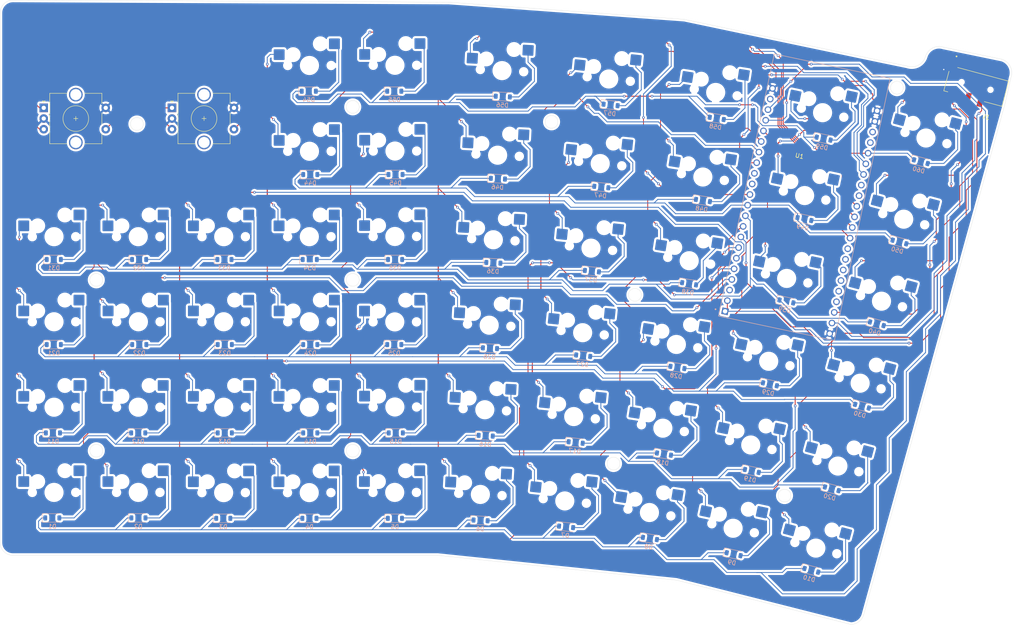
<source format=kicad_pcb>
(kicad_pcb (version 20241229) (generator "pcbnew") (generator_version "9.0")
  (title_block (title "THE_MULTIBOARD_LEFT") (date "2025-07-30") (rev "1.0") (comment 1 "Author: Felix Wittwer"))
  (layers (0 "F.Cu" signal) (2 "B.Cu" signal) (13 "F.Paste" user) (15 "B.Paste" user) (5 "F.SilkS" user "F.Silkscreen") (7 "B.SilkS" user "B.Silkscreen") (1 "F.Mask" user) (3 "B.Mask" user) (25 "Edge.Cuts" user))
  (net 0 "")
  (net 1 "Net-(D1-A)")
  (net 2 "ROW1")
  (net 3 "Net-(D2-A)")
  (net 4 "COL1")
  (net 5 "COL2")
  (net 6 "Net-(D3-A)")
  (net 7 "Net-(D4-A)")
  (net 8 "Net-(D5-A)")
  (net 9 "Net-(D6-A)")
  (net 10 "Net-(D7-A)")
  (net 11 "Net-(D8-A)")
  (net 12 "Net-(D9-A)")
  (net 13 "Net-(D10-A)")
  (net 14 "Net-(D11-A)")
  (net 15 "ROW2")
  (net 16 "Net-(D12-A)")
  (net 17 "Net-(D13-A)")
  (net 18 "Net-(D14-A)")
  (net 19 "Net-(D15-A)")
  (net 20 "Net-(D16-A)")
  (net 21 "Net-(D17-A)")
  (net 22 "Net-(D18-A)")
  (net 23 "Net-(D19-A)")
  (net 24 "Net-(D20-A)")
  (net 25 "Net-(D21-A)")
  (net 26 "ROW3")
  (net 27 "Net-(D22-A)")
  (net 28 "Net-(D23-A)")
  (net 29 "Net-(D24-A)")
  (net 30 "Net-(D25-A)")
  (net 31 "Net-(D26-A)")
  (net 32 "Net-(D27-A)")
  (net 33 "Net-(D28-A)")
  (net 34 "Net-(D29-A)")
  (net 35 "Net-(D30-A)")
  (net 36 "Net-(D31-A)")
  (net 37 "ROW4")
  (net 38 "Net-(D32-A)")
  (net 39 "Net-(D33-A)")
  (net 40 "Net-(D34-A)")
  (net 41 "Net-(D35-A)")
  (net 42 "Net-(D36-A)")
  (net 43 "Net-(D37-A)")
  (net 44 "Net-(D38-A)")
  (net 45 "Net-(D39-A)")
  (net 46 "Net-(D40-A)")
  (net 47 "Net-(D44-A)")
  (net 48 "ROW5")
  (net 49 "Net-(D45-A)")
  (net 50 "Net-(D46-A)")
  (net 51 "Net-(D47-A)")
  (net 52 "Net-(D48-A)")
  (net 53 "Net-(D49-A)")
  (net 54 "Net-(D50-A)")
  (net 55 "Net-(D54-A)")
  (net 56 "ROW6")
  (net 57 "Net-(D55-A)")
  (net 58 "Net-(D56-A)")
  (net 59 "Net-(D57-A)")
  (net 60 "Net-(D58-A)")
  (net 61 "Net-(D59-A)")
  (net 62 "Net-(D60-A)")
  (net 63 "COL3")
  (net 64 "COL4")
  (net 65 "COL5")
  (net 66 "COL6")
  (net 67 "ROW7")
  (net 68 "ROW8")
  (net 69 "ROW9")
  (net 70 "ROW10")
  (net 71 "+3.3V")
  (net 74 "GND")
  (net 75 "BTN2")
  (net 81 "ROTA2")
  (net 83 "TX")
  (net 84 "RX")
  (net 86 "BTN1")
  (net 87 "ROTB2")
  (net 90 "ROTB1")
  (net 91 "ROTA1")
  (footprint "Rotary_Encoder:RotaryEncoder_Alps_EC11E-Switch_Vertical_H20mm_CircularMountingHoles" (layer "F.Cu") (at 52.208254 39.22713)
    (property "Reference" "SW1" (hide yes))
    (property "Value" "RotaryEncoder_Switch")
  )
  (footprint "Rotary_Encoder:RotaryEncoder_Alps_EC11E-Switch_Vertical_H20mm_CircularMountingHoles" (layer "F.Cu") (at 82.208254 39.22713)
    (property "Reference" "SW2" (hide yes))
    (property "Value" "RotaryEncoder_Switch")
  )
  (footprint "PJ:HRO_PJ-320D-A" (layer "F.Cu") (at 270.305903 34.094135 165)
    (property "Reference" "J1")
    (property "Value" "PJ-320D-A")
  )
  (footprint "Diode_SMD:D_SOD-123" (layer "B.Cu") (at 74.558254 94.64393)
    (property "Reference" "D22")
    (property "Value" "D")
  )
  (footprint "MX:MX-Hotswap-1U" (layer "B.Cu") (at 248.186184 84.487185 165)
    (property "Reference" "SW42")
    (property "Value" "SW_Push")
  )
  (footprint "MX:MX-Hotswap-1U" (layer "B.Cu") (at 176.192295 111.502472 174)
    (property "Reference" "SW19")
    (property "Value" "SW_Push")
  )
  (footprint "Diode_SMD:D_SOD-123" (layer "B.Cu") (at 114.558254 54.83373)
    (property "Reference" "D44")
    (property "Value" "D")
  )
  (footprint "Diode_SMD:D_SOD-123" (layer "B.Cu") (at 114.208254 35.32713)
    (property "Reference" "D54")
    (property "Value" "D")
  )
  (footprint "Diode_SMD:D_SOD-123" (layer "B.Cu") (at 197.298333 120.287067 -9)
    (property "Reference" "D18")
    (property "Value" "D")
  )
  (footprint "Diode_SMD:D_SOD-123" (layer "B.Cu") (at 54.558254 94.64393)
    (property "Reference" "D21")
    (property "Value" "D")
  )
  (footprint "MX:MX-Hotswap-1U" (layer "B.Cu") (at 134.348477 109.25713 180)
    (property "Reference" "SW17")
    (property "Value" "SW_Push")
  )
  (footprint "Diode_SMD:D_SOD-123" (layer "B.Cu") (at 243.621517 109.073985 -15)
    (property "Reference" "D30")
    (property "Value" "D")
  )
  (footprint "Diode_SMD:D_SOD-123" (layer "B.Cu") (at 236.560658 128.410631 -15)
    (property "Reference" "D20")
    (property "Value" "D")
  )
  (footprint "Diode_SMD:D_SOD-123" (layer "B.Cu") (at 180.439701 77.45867 -6)
    (property "Reference" "D37")
    (property "Value" "D")
  )
  (footprint "Diode_SMD:D_SOD-123" (layer "B.Cu") (at 114.558254 115.32713)
    (property "Reference" "D14")
    (property "Value" "D")
  )
  (footprint "MX:MX-Hotswap-1U" (layer "B.Cu") (at 134.370699 49.33713 180)
    (property "Reference" "SW47")
    (property "Value" "SW_Push")
  )
  (footprint "MX:MX-Hotswap-1U" (layer "B.Cu") (at 232.829867 142.296003 165)
    (property "Reference" "SW12")
    (property "Value" "SW_Push")
  )
  (footprint "MX:MX-Hotswap-1U" (layer "B.Cu") (at 157.38604 70.107319 177)
    (property "Reference" "SW38")
    (property "Value" "SW_Push")
  )
  (footprint "Diode_SMD:D_SOD-123" (layer "B.Cu") (at 182.641018 57.76327 -6)
    (property "Reference" "D47")
    (property "Value" "D")
  )
  (footprint "MX:MX-Hotswap-1U" (layer "B.Cu") (at 94.312921 69.38713 180)
    (property "Reference" "SW35")
    (property "Value" "SW_Push")
  )
  (footprint "MX:MX-Hotswap-1U" (layer "B.Cu") (at 243.186184 103.687185 165)
    (property "Reference" "SW32")
    (property "Value" "SW_Push")
  )
  (footprint "Diode_SMD:D_SOD-123" (layer "B.Cu") (at 200.445761 100.003867 -9)
    (property "Reference" "D28")
    (property "Value" "D")
  )
  (footprint "MX:MX-Hotswap-1U" (layer "B.Cu") (at 258.586184 46.287185 165)
    (property "Reference" "SW62")
    (property "Value" "SW_Push")
  )
  (footprint "MX:MX-Hotswap-1U" (layer "B.Cu") (at 234.40208 40.357549 168)
    (property "Reference" "SW61")
    (property "Value" "SW_Push")
  )
  (footprint "MX:MX-Hotswap-1U" (layer "B.Cu") (at 182.380685 52.26667 174)
    (property "Reference" "SW49")
    (property "Value" "SW_Push")
  )
  (footprint "MX:MX-Hotswap-1U" (layer "B.Cu") (at 158.38604 50.307319 177)
    (property "Reference" "SW48")
    (property "Value" "SW_Push")
  )
  (footprint "Diode_SMD:D_SOD-123" (layer "B.Cu") (at 94.480476 74.72913)
    (property "Reference" "D33")
    (property "Value" "D")
  )
  (footprint "Diode_SMD:D_SOD-123" (layer "B.Cu") (at 54.558254 74.72913)
    (property "Reference" "D31")
    (property "Value" "D")
  )
  (footprint "MX:MX-Hotswap-1U" (layer "B.Cu") (at 178.277389 91.86667 174)
    (property "Reference" "SW29")
    (property "Value" "SW_Push")
  )
  (footprint "Diode_SMD:D_SOD-123" (layer "B.Cu") (at 114.358254 135.32713)
    (property "Reference" "D4")
    (property "Value" "D")
  )
  (footprint "MX:MX-Hotswap-1U" (layer "B.Cu") (at 184.380685 32.46667 174)
    (property "Reference" "SW59")
    (property "Value" "SW_Push")
  )
  (footprint "Diode_SMD:D_SOD-123" (layer "B.Cu") (at 213.594042 143.720373 -12)
    (property "Reference" "D9")
    (property "Value" "D")
  )
  (footprint "MX:MX-Hotswap-1U" (layer "B.Cu") (at 134.312921 129.25713 180)
    (property "Reference" "SW7")
    (property "Value" "SW_Push")
  )
  (footprint "MX:MX-Hotswap-1U" (layer "B.Cu") (at 237.986184 123.087185 165)
    (property "Reference" "SW22")
    (property "Value" "SW_Push")
  )
  (footprint "MX:MX-Hotswap-1U" (layer "B.Cu") (at 94.304032 89.30713 180)
    (property "Reference" "SW25")
    (property "Value" "SW_Push")
  )
  (footprint "Diode_SMD:D_SOD-123" (layer "B.Cu") (at 217.851857 124.227549 -12)
    (property "Reference" "D19")
    (property "Value" "D")
  )
  (footprint "Diode_SMD:D_SOD-123" (layer "B.Cu") (at 134.499921 54.83373)
    (property "Reference" "D45")
    (property "Value" "D")
  )
  (footprint "Diode_SMD:D_SOD-123" (layer "B.Cu") (at 159.595944 36.582519 -3)
    (property "Reference" "D56")
    (property "Value" "D")
  )
  (footprint "MX:MX-Hotswap-1U" (layer "B.Cu") (at 94.312921 109.30713 180)
    (property "Reference" "SW15")
    (property "Value" "SW_Push")
  )
  (footprint "MX:MX-Hotswap-1U" (layer "B.Cu") (at 134.330699 89.33713 180)
    (property "Reference" "SW27")
    (property "Value" "SW_Push")
  )
  (footprint "MX:MX-Hotswap-1U" (layer "B.Cu") (at 94.295143 129.30713 180)
    (property "Reference" "SW5")
    (property "Value" "SW_Push")
  )
  (footprint "MX:MX-Hotswap-1U" (layer "B.Cu") (at 193.897553 133.967886 171)
    (property "Reference" "SW10")
    (property "Value" "SW_Push")
  )
  (footprint "Diode_SMD:D_SOD-123" (layer "B.Cu") (at 134.558254 115.32713)
    (property "Reference" "D15")
    (property "Value" "D")
  )
  (footprint "MX:MX-Hotswap-1U" (layer "B.Cu") (at 217.60208 118.157549 168)
    (property "Reference" "SW21")
    (property "Value" "SW_Push")
  )
  (footprint "Diode_SMD:D_SOD-123" (layer "B.Cu") (at 134.208254 94.64393)
    (property "Reference" "D25")
    (property "Value" "D")
  )
  (footprint "MX:MX-Hotswap-1U" (layer "B.Cu") (at 174.100722 131.253531 174)
    (property "Reference" "SW9")
    (property "Value" "SW_Push")
  )
  (footprint "MX:MX-Hotswap-1U" (layer "B.Cu") (at 253.386184 65.287185 165)
    (property "Reference" "SW52")
    (property "Value" "SW_Push")
  )
  (footprint "Diode_SMD:D_SOD-123" (layer "B.Cu") (at 114.441587 74.72913)
    (property "Reference" "D34")
    (property "Value" "D")
  )
  (footprint "MX:MX-Hotswap-1U" (layer "B.Cu") (at 114.339587 69.38713 180)
    (property "Reference" "SW36")
    (property "Value" "SW_Push")
  )
  (footprint "MX:MX-Hotswap-1U" (layer "B.Cu") (at 74.320144 129.25713 180)
    (property "Reference" "SW4")
    (property "Value" "SW_Push")
  )
  (footprint "MX:MX-Hotswap-1U" (layer "B.Cu") (at 134.370699 29.25713 180)
    (property "Reference" "SW57")
    (property "Value" "SW_Push")
  )
  (footprint "Diode_SMD:D_SOD-123" (layer "B.Cu") (at 114.558254 94.64393)
    (property "Reference" "D24")
    (property "Value" "D")
  )
  (footprint "Diode_SMD:D_SOD-123" (layer "B.Cu") (at 134.208254 35.32713)
    (property "Reference" "D55")
    (property "Value" "D")
  )
  (footprint "MX:MX-Hotswap-1U" (layer "B.Cu") (at 200.200428 94.617067 171)
    (property "Reference" "SW30")
    (property "Value" "SW_Push")
  )
  (footprint "MX:MX-Hotswap-1U" (layer "B.Cu") (at 203.200428 75.017067 171)
    (property "Reference" "SW40")
    (property "Value" "SW_Push")
  )
  (footprint "Diode_SMD:D_SOD-123" (layer "B.Cu") (at 178.402722 97.25347 -6)
    (property "Reference" "D27")
    (property "Value" "D")
  )
  (footprint "Diode_SMD:D_SOD-123" (layer "B.Cu") (at 156.595944 95.499319 -3)
    (property "Reference" "D26")
    (property "Value" "D")
  )
  (footprint "Diode_SMD:D_SOD-123" (layer "B.Cu") (at 222.087413 103.944349 -12)
    (property "Reference" "D29")
    (property "Value" "D")
  )
  (footprint "Diode_SMD:D_SOD-123" (layer "B.Cu") (at 247.094962 89.774236 -15)
    (property "Reference" "D40")
    (property "Value" "D")
  )
  (footprint "Diode_SMD:D_SOD-123" (layer "B.Cu") (at 157.392485 75.504519 -3)
    (property "Reference" "D36")
    (property "Value" "D")
  )
  (footprint "MX:MX-Hotswap-1U" (layer "B.Cu") (at 114.339587 109.30713 180)
    (property "Reference" "SW16")
    (property "Value" "SW_Push")
  )
  (footprint "Diode_SMD:D_SOD-123" (layer "B.Cu") (at 134.402698 74.72913)
    (property "Reference" "D35")
    (property "Value" "D")
  )
  (footprint "Diode_SMD:D_SOD-123" (layer "B.Cu") (at 225.940746 84.549549 -12)
    (property "Reference" "D39")
    (property "Value" "D")
  )
  (footprint "MX:MX-Hotswap-1U" (layer "B.Cu") (at 155.395055 109.907319 177)
    (property "Reference" "SW18")
    (property "Value" "SW_Push")
  )
  (footprint "MX:MX-Hotswap-1U" (layer "B.Cu") (at 74.312921 69.38713 180)
    (property "Reference" "SW34")
    (property "Value" "SW_Push")
  )
  (footprint "MX:MX-Hotswap-1U" (layer "B.Cu") (at 226.00208 79.157549 168)
    (property "Reference" "SW41")
    (property "Value" "SW_Push")
  )
  (footprint "MX:MX-Hotswap-1U" (layer "B.Cu") (at 74.312921 109.30713 180)
    (property "Reference" "SW14")
    (property "Value" "SW_Push")
  )
  (footprint "MX:MX-Hotswap-1U" (layer "B.Cu") (at 221.80208 98.557549 168)
    (property "Reference" "SW31")
    (property "Value" "SW_Push")
  )
  (footprint "Diode_SMD:D_SOD-123" (layer "B.Cu") (at 54.358254 115.32713)
    (property "Reference" "D11")
    (property "Value" "D")
  )
  (footprint "Diode_SMD:D_SOD-123" (layer "B.Cu") (at 94.558254 94.64393)
    (property "Reference" "D23")
    (property "Value" "D")
  )
  (footprint "MX:MX-Hotswap-1U" (layer "B.Cu") (at 114.366254 49.38713 180)
    (property "Reference" "SW46")
    (property "Value" "SW_Push")
  )
  (footprint "MX:MX-Hotswap-1U" (layer "B.Cu") (at 54.611254 69.38713 180)
    (property "Reference" "SW33")
    (property "Value" "SW_Push")
  )
  (footprint "Diode_SMD:D_SOD-123" (layer "B.Cu") (at 203.182428 80.409067 -9)
    (property "Reference" "D38")
    (property "Value" "D")
  )
  (footprint "Diode_SMD:D_SOD-123" (layer "B.Cu") (at 74.519365 74.72913)
    (property "Reference" "D32")
    (property "Value" "D")
  )
  (footprint "Diode_SMD:D_SOD-123" (layer "B.Cu") (at 154.395944 135.809649 -3)
    (property "Reference" "D6")
    (property "Value" "D")
  )
  (footprint "Diode_SMD:D_SOD-123" (layer "B.Cu") (at 252.393778 70.627051 -15)
    (property "Reference" "D50")
    (property "Value" "D")
  )
  (footprint "Diode_SMD:D_SOD-123" (layer "B.Cu") (at 194.013997 140.037886 -9)
    (property "Reference" "D8")
    (property "Value" "D")
  )
  (footprint "Diode_SMD:D_SOD-123" (layer "B.Cu") (at 176.640961 117.572472 -6)
    (property "Reference" "D17")
    (property "Value" "D")
  )
  (footprint "MX:MX-Hotswap-1U" (layer "B.Cu") (at 209.400428 35.617067 171)
    (property "Reference" "SW60")
    (property "Value" "SW_Push")
  )
  (footprint "MX:MX-Hotswap-1U" (layer "B.Cu") (at 159.412833 30.507319 177)
    (property "Reference" "SW58")
    (property "Value" "SW_Push")
  )
  (footprint "Diode_SMD:D_SOD-123" (layer "B.Cu") (at 54.208254 135.22713)
    (property "Reference" "D1")
    (property "Value" "D")
  )
  (footprint "Diode_SMD:D_SOD-123" (layer "B.Cu") (at 158.452484 55.809119 -3)
    (property "Reference" "D46")
    (property "Value" "D")
  )
  (footprint "MX:MX-Hotswap-1U" (layer "B.Cu") (at 54.611254 109.30713 180)
    (property "Reference" "SW13")
    (property "Value" "SW_Push")
  )
  (footprint "MX:MX-Hotswap-1U" (layer "B.Cu") (at 206.400428 55.417067 171)
    (property "Reference" "SW50")
    (property "Value" "SW_Push")
  )
  (footprint "Diode_SMD:D_SOD-123" (layer "B.Cu") (at 94.208254 135.32713)
    (property "Reference" "D3")
    (property "Value" "D")
  )
  (footprint "Diode_SMD:D_SOD-123" (layer "B.Cu") (at 134.358254 135.32713)
    (property "Reference" "D5")
    (property "Value" "D")
  )
  (footprint "MX:MX-Hotswap-1U" (layer "B.Cu") (at 134.348477 69.33713 180)
    (property "Reference" "SW37")
    (property "Value" "SW_Push")
  )
  (footprint "Diode_SMD:D_SOD-123" (layer "B.Cu") (at 209.645761 41.687067 -9)
    (property "Reference" "D58")
    (property "Value" "D")
  )
  (footprint "MX:MX-Hotswap-1U" (layer "B.Cu") (at 156.412833 90.107319 177)
    (property "Reference" "SW28")
    (property "Value" "SW_Push")
  )
  (footprint "MX:MX-Hotswap-1U" (layer "B.Cu") (at 74.348477 89.30713 180)
    (property "Reference" "SW24")
    (property "Value" "SW_Push")
  )
  (footprint "MX:MX-Hotswap-1U" (layer "B.Cu") (at 114.366254 89.30713 180)
    (property "Reference" "SW26")
    (property "Value" "SW_Push")
  )
  (footprint "Diode_SMD:D_SOD-123" (layer "B.Cu") (at 257.393778 51.827051 -15)
    (property "Reference" "D60")
    (property "Value" "D")
  )
  (footprint "Diode_SMD:D_SOD-123" (layer "B.Cu") (at 206.412428 60.913667 -9)
    (property "Reference" "D48")
    (property "Value" "D")
  )
  (footprint "MX:MX-Hotswap-1U" (layer "B.Cu") (at 213.473153 137.650373 168)
    (property "Reference" "SW11")
    (property "Value" "SW_Push")
  )
  (footprint "Diode_SMD:D_SOD-123" (layer "B.Cu") (at 234.647413 46.427549 -12)
    (property "Reference" "D59")
    (property "Value" "D")
  )
  (footprint "ESPS3:XCVR_ESP32-S3-DEVKITC-1-N8R2" (layer "B.Cu") (at 229.006448 59.912468 -12)
    (property "Reference" "U1")
    (property "Value" "ESP32-S3-DEVKITC-1-N8R2")
  )
  (footprint "Diode_SMD:D_SOD-123" (layer "B.Cu") (at 94.558254 115.32713)
    (property "Reference" "D13")
    (property "Value" "D")
  )
  (footprint "MX:MX-Hotswap-1U" (layer "B.Cu") (at 197.044111 114.217067 171)
    (property "Reference" "SW20")
    (property "Value" "SW_Push")
  )
  (footprint "Diode_SMD:D_SOD-123" (layer "B.Cu") (at 74.358254 135.22713)
    (property "Reference" "D2")
    (property "Value" "D")
  )
  (footprint "MX:MX-Hotswap-1U" (layer "B.Cu") (at 114.366254 29.30713 180)
    (property "Reference" "SW56")
    (property "Value" "SW_Push")
  )
  (footprint "Diode_SMD:D_SOD-123" (layer "B.Cu") (at 174.402722 137.323531 -6)
    (property "Reference" "D7")
    (property "Value" "D")
  )
  (footprint "MX:MX-Hotswap-1U" (layer "B.Cu") (at 114.312921 129.30713 180)
    (property "Reference" "SW6")
    (property "Value" "SW_Push")
  )
  (footprint "Diode_SMD:D_SOD-123" (layer "B.Cu") (at 184.816018 38.53667 -6)
    (property "Reference" "D57")
    (property "Value" "D")
  )
  (footprint "MX:MX-Hotswap-1U" (layer "B.Cu") (at 180.224368 72.06667 174)
    (property "Reference" "SW39")
    (property "Value" "SW_Push")
  )
  (footprint "MX:MX-Hotswap-1U" (layer "B.Cu") (at 154.350611 129.734449 177)
    (property "Reference" "SW8")
    (property "Value" "SW_Push")
  )
  (footprint "Diode_SMD:D_SOD-123" (layer "B.Cu") (at 74.312921 115.32713)
    (property "Reference" "D12")
    (property "Value" "D")
  )
  (footprint "MX:MX-Hotswap-1U" (layer "B.Cu") (at 54.611254 89.30713 180)
    (property "Reference" "SW23")
    (property "Value" "SW_Push")
  )
  (footprint "Diode_SMD:D_SOD-123" (layer "B.Cu") (at 231.779867 147.496003 -15)
    (property "Reference" "D10")
    (property "Value" "D")
  )
  (footprint "Diode_SMD:D_SOD-123" (layer "B.Cu") (at 230.155746 65.254149 -12)
    (property "Reference" "D49")
    (property "Value" "D")
  )
  (footprint "MX:MX-Hotswap-1U" (layer "B.Cu") (at 230.20208 59.757549 168)
    (property "Reference" "SW51")
    (property "Value" "SW_Push")
  )
  (footprint "Diode_SMD:D_SOD-123" (layer "B.Cu") (at 155.595944 115.982519 -3)
    (property "Reference" "D16")
    (property "Value" "D")
  )
  (footprint "MX:MX-Hotswap-1U" (layer "B.Cu") (at 54.611254 129.25713 180)
    (property "Reference" "SW3")
    (property "Value" "SW_Push")
  )
  (gr_arc (start 42 17) (mid 42.87868 14.87868) (end 45 14) (stroke (width 0.05)) (layer "Edge.Cuts"))
  (gr_line (start 144.4 144) (end 45 144) (stroke (width 0.05)) (layer "Edge.Cuts"))
  (gr_circle (center 190.5 83) (end 192 83) (stroke (width 0.05)) (fill no) (layer "Edge.Cuts"))
  (gr_line (start 248.571429 28.28) (end 254.221191 29.446423) (stroke (width 0.05)) (layer "Edge.Cuts"))
  (gr_line (start 200.2 149.8) (end 144.4 144) (stroke (width 0.05)) (layer "Edge.Cuts"))
  (gr_line (start 277.146426 38.048807) (end 278.491511 32.054954) (stroke (width 0.05)) (layer "Edge.Cuts"))
  (gr_line (start 45 14) (end 147 14.5) (stroke (width 0.05)) (layer "Edge.Cuts"))
  (gr_circle (center 124.5 119.5) (end 126 119.5) (stroke (width 0.05)) (fill no) (layer "Edge.Cuts"))
  (gr_circle (center 124.5 79.5) (end 126 79.5) (stroke (width 0.05)) (fill no) (layer "Edge.Cuts"))
  (gr_circle (center 64.5 79.5) (end 66 79.5) (stroke (width 0.05)) (fill no) (layer "Edge.Cuts"))
  (gr_arc (start 45 144) (mid 42.87868 143.12132) (end 42 141) (stroke (width 0.05)) (layer "Edge.Cuts"))
  (gr_arc (start 276.345085 27.843868) (mid 278.3 29.5) (end 278.491511 32.054954) (stroke (width 0.05)) (layer "Edge.Cuts"))
  (gr_line (start 42 141) (end 42 17) (stroke (width 0.05)) (layer "Edge.Cuts"))
  (gr_arc (start 244 158) (mid 242.849016 159.565373) (end 240.999999 160.162278) (stroke (width 0.05)) (layer "Edge.Cuts"))
  (gr_arc (start 258.427034 27.316426) (mid 256.768458 29.258819) (end 254.221191 29.446425) (stroke (width 0.05)) (layer "Edge.Cuts"))
  (gr_line (start 262.691186 25.020367) (end 276.345085 27.843869) (stroke (width 0.05)) (layer "Edge.Cuts"))
  (gr_circle (center 124.5 39) (end 126 39) (stroke (width 0.05)) (fill no) (layer "Edge.Cuts"))
  (gr_circle (center 171 42.5) (end 172.5 42.5) (stroke (width 0.05)) (fill no) (layer "Edge.Cuts"))
  (gr_line (start 258.427033 27.31643) (end 258.478914 27.166427) (stroke (width 0.05)) (layer "Edge.Cuts"))
  (gr_arc (start 258.478914 27.166426) (mid 260.135046 25.211511) (end 262.69 25.02) (stroke (width 0.05)) (layer "Edge.Cuts"))
  (gr_line (start 147 14.5) (end 202 18.5) (stroke (width 0.05)) (layer "Edge.Cuts"))
  (gr_line (start 244 158) (end 277.146426 38.048809) (stroke (width 0.05)) (layer "Edge.Cuts"))
  (gr_circle (center 225.5 130) (end 227 130) (stroke (width 0.05)) (fill no) (layer "Edge.Cuts"))
  (gr_circle (center 251.8 34.5) (end 253.3 34.5) (stroke (width 0.05)) (fill no) (layer "Edge.Cuts"))
  (gr_line (start 240.999999 160.162278) (end 200.2 149.8) (stroke (width 0.05)) (layer "Edge.Cuts"))
  (gr_line (start 202 18.5) (end 248.571429 28.28) (stroke (width 0.05)) (layer "Edge.Cuts"))
  (gr_circle (center 185.5 122.5) (end 187 122.5) (stroke (width 0.05)) (fill no) (layer "Edge.Cuts"))
  (gr_circle (center 74 43) (end 75.5 43) (stroke (width 0.05)) (fill no) (layer "Edge.Cuts"))
  (gr_circle (center 64.5 119.5) (end 66 119.5) (stroke (width 0.05)) (fill no) (layer "Edge.Cuts"))
  (segment (start 59.308254 135.22713) (end 56.208254 135.22713) (width 0.2) (layer "B.Cu") (net 1))
  (segment (start 60.084921 124.07713) (end 61.408254 125.400463) (width 0.2) (layer "B.Cu") (net 1))
  (segment (start 61.408254 133.12713) (end 59.308254 135.22713) (width 0.2) (layer "B.Cu") (net 1))
  (segment (start 61.408254 125.400463) (end 61.408254 133.12713) (width 0.2) (layer "B.Cu") (net 1))
  (segment (start 45.5 116) (end 45.5 101) (width 0.2) (layer "F.Cu") (net 2))
  (segment (start 196 79.5) (end 192.5 79.5) (width 0.2) (layer "F.Cu") (net 2))
  (segment (start 46.5 76) (end 45.5 77) (width 0.2) (layer "F.Cu") (net 2))
  (segment (start 46.486873 101.986873) (end 45.5 101) (width 0.2) (layer "F.Cu") (net 2))
  (segment (start 45.5 138) (end 47.5 140) (width 0.2) (layer "F.Cu") (net 2))
  (segment (start 198.75 82) (end 198.5 82) (width 0.2) (layer "F.Cu") (net 2))
  (segment (start 163.5 109.5) (end 165.5 107.5) (width 0.2) (layer "F.Cu") (net 2))
  (segment (start 163.5 124) (end 163.5 115) (width 0.2) (layer "F.Cu") (net 2))
  (segment (start 175.5 79) (end 172.5 76) (width 0.2) (layer "F.Cu") (net 2))
  (segment (start 47.5 140) (end 50 142.5) (width 0.2) (layer "F.Cu") (net 2))
  (segment (start 165.5 107.5) (end 165.5 76.5) (width 0.2) (layer "F.Cu") (net 2))
  (segment (start 45.5 77) (end 45.5 81) (width 0.2) (layer "F.Cu") (net 2))
  (segment (start 163 124.5) (end 163.5 124) (width 0.2) (layer "F.Cu") (net 2))
  (segment (start 45.5 121) (end 45.5 138) (width 0.2) (layer "F.Cu") (net 2))
  (segment (start 165.5 76.5) (end 166.5 75.5) (width 0.2) (layer "F.Cu") (net 2))
  (segment (start 45.5 121) (end 45.5 116) (width 0.2) (layer "F.Cu") (net 2))
  (segment (start 45.5 81) (end 45.5 101) (width 0.2) (layer "F.Cu") (net 2))
  (segment (start 46.5 122) (end 45.5 121) (width 0.2) (layer "F.Cu") (net 2))
  (segment (start 46.5 69.5) (end 46.5 76) (width 0.2) (layer "F.Cu") (net 2))
  (segment (start 198.5 82) (end 196 79.5) (width 0.2) (layer "F.Cu") (net 2))
  (segment (start 50 142.5) (end 65.5 142.5) (width 0.2) (layer "F.Cu") (net 2))
  (segment (start 172 75.5) (end 170.5 75.5) (width 0.2) (layer "F.Cu") (net 2))
  (segment (start 159 142.5) (end 163 138.5) (width 0.2) (layer "F.Cu") (net 2))
  (segment (start 199.75 83) (end 198.75 82) (width 0.2) (layer "F.Cu") (net 2))
  (segment (start 163.5 115) (end 163.5 109.5) (width 0.2) (layer "F.Cu") (net 2))
  (segment (start 65.5 142.5) (end 159 142.5) (width 0.2) (layer "F.Cu") (net 2))
  (segment (start 163 138.5) (end 163 124.5) (width 0.2) (layer "F.Cu") (net 2))
  (segment (start 46.486873 81.986873) (end 45.5 81) (width 0.2) (layer "F.Cu") (net 2))
  (segment (start 172.5 76) (end 172 75.5) (width 0.2) (layer "F.Cu") (net 2))
  (via (at 175.5 79) (size 0.6) (drill 0.3) (layers "F.Cu" "B.Cu") (net 2))
  (via (at 46.5 69.5) (size 0.6) (drill 0.3) (layers "F.Cu" "B.Cu") (net 2))
  (via (at 170.5 75.5) (size 0.6) (drill 0.3) (layers "F.Cu" "B.Cu") (net 2))
  (via (at 46.486873 81.986873) (size 0.6) (drill 0.3) (layers "F.Cu" "B.Cu") (net 2))
  (via (at 166.565128 75.509304) (size 0.6) (drill 0.3) (layers "F.Cu" "B.Cu") (net 2))
  (via (at 199.75 83) (size 0.6) (drill 0.3) (layers "F.Cu" "B.Cu") (net 2))
  (via (at 192.5 79.5) (size 0.6) (drill 0.3) (layers "F.Cu" "B.Cu") (net 2))
  (via (at 46.5 122) (size 0.6) (drill 0.3) (layers "F.Cu" "B.Cu") (net 2))
  (via (at 46.486873 101.986873) (size 0.6) (drill 0.3) (layers "F.Cu" "B.Cu") (net 2))
  (segment (start 166.574432 75.5) (end 166.565128 75.509304) (width 0.2) (layer "B.Cu") (net 2))
  (segment (start 208 83) (end 211.602364 79.397636) (width 0.2) (layer "B.Cu") (net 2))
  (segment (start 192.5 79.5) (end 176 79.5) (width 0.2) (layer "B.Cu") (net 2))
  (segment (start 47.513127 106.704003) (end 47.513127 103.013127) (width 0.2) (layer "B.Cu") (net 2))
  (segment (start 176 79.5) (end 175.5 79) (width 0.2) (layer "B.Cu") (net 2))
  (segment (start 170.5 75.5) (end 166.574432 75.5) (width 0.2) (layer "B.Cu") (net 2))
  (segment (start 47.513127 83.013127) (end 46.486873 81.986873) (width 0.2) (layer "B.Cu") (net 2))
  (segment (start 47.513127 103.013127) (end 46.486873 101.986873) (width 0.2) (layer "B.Cu") (net 2))
  (segment (start 47.526254 123.026254) (end 46.5 122) (width 0.2) (layer "B.Cu") (net 2))
  (segment (start 199.75 83) (end 208 83) (width 0.2) (layer "B.Cu") (net 2))
  (segment (start 47.513127 86.704003) (end 47.513127 83.013127) (width 0.2) (layer "B.Cu") (net 2))
  (segment (start 46.5 67.71713) (end 47.513127 66.704003) (width 0.2) (layer "B.Cu") (net 2))
  (segment (start 211.602364 79.397636) (end 213.179395 79.397636) (width 0.2) (layer "B.Cu") (net 2))
  (segment (start 47.526254 126.71713) (end 47.526254 123.026254) (width 0.2) (layer "B.Cu") (net 2))
  (segment (start 46.5 69.5) (end 46.5 67.71713) (width 0.2) (layer "B.Cu") (net 2))
  (segment (start 81.408254 125.400463) (end 81.408254 133.12713) (width 0.2) (layer "B.Cu") (net 3))
  (segment (start 80.084921 124.07713) (end 81.408254 125.400463) (width 0.2) (layer "B.Cu") (net 3))
  (segment (start 79.308254 135.22713) (end 76.208254 135.22713) (width 0.2) (layer "B.Cu") (net 3))
  (segment (start 81.408254 133.12713) (end 79.308254 135.22713) (width 0.2) (layer "B.Cu") (net 3))
  (segment (start 231 29) (end 227 33) (width 0.2) (layer "F.Cu") (net 4))
  (segment (start 231.75 29) (end 231 29) (width 0.2) (layer "F.Cu") (net 4))
  (via (at 227 33) (size 0.6) (drill 0.3) (layers "F.Cu" "B.Cu") (net 4))
  (via (at 231.75 29) (size 0.6) (drill 0.3) (layers "F.Cu" "B.Cu") (net 4))
  (segment (start 131.67287 135.32713) (end 129 138) (width 0.2) (layer "B.Cu") (net 4))
  (segment (start 247 138) (end 247 127.5) (width 0.2) (layer "B.Cu") (net 4))
  (segment (start 211.980098 143.377319) (end 207.622681 143.377319) (width 0.2) (layer "B.Cu") (net 4))
  (segment (start 246 32) (end 243 29) (width 0.2) (layer "B.Cu") (net 4))
  (segment (start 89 138) (end 101 138) (width 0.2) (layer "B.Cu") (net 4))
  (segment (start 250 116.5) (end 254 112.5) (width 0.2) (layer "B.Cu") (net 4))
  (segment (start 250 124.5) (end 250 116.5) (width 0.2) (layer "B.Cu") (net 4))
  (segment (start 191.220231 139.779769) (end 189 142) (width 0.2) (layer "B.Cu") (net 4))
  (segment (start 84 138) (end 89 138) (width 0.2) (layer "B.Cu") (net 4))
  (segment (start 258.5 91) (end 262 87.5) (width 0.2) (layer "B.Cu") (net 4))
  (segment (start 265.5 75) (end 265.5 66) (width 0.2) (layer "B.Cu") (net 4))
  (segment (start 191 142) (end 195 142) (width 0.2) (layer "B.Cu") (net 4))
  (segment (start 183 142) (end 189 142) (width 0.2) (layer "B.Cu") (net 4))
  (segment (start 272.5 40) (end 266 33.5) (width 0.2) (layer "B.Cu") (net 4))
  (segment (start 71.77287 135.22713) (end 69 138) (width 0.2) (layer "B.Cu") (net 4))
  (segment (start 169 140) (end 171.848941 137.151059) (width 0.2) (layer "B.Cu") (net 4))
  (segment (start 52.558254 135.22713) (end 51.77287 135.22713) (width 0.2) (layer "B.Cu") (net 4))
  (segment (start 112.708254 135.32713) (end 111.67287 135.32713) (width 0.2) (layer "B.Cu") (net 4))
  (segment (start 51.77287 135.22713) (end 51 136) (width 0.2) (layer "B.Cu") (net 4))
  (segment (start 242.5 142.5) (end 247 138) (width 0.2) (layer "B.Cu") (net 4))
  (segment (start 72.708254 135.22713) (end 71.77287 135.22713) (width 0.2) (layer "B.Cu") (net 4))
  (segment (start 254 101) (end 258.5 96.5) (width 0.2) (layer "B.Cu") (net 4))
  (segment (start 160 138) (end 162 140) (width 0.2) (layer "B.Cu") (net 4))
  (segment (start 271 53) (end 271 51.488168) (width 0.2) (layer "B.Cu") (net 4))
  (segment (start 92.558254 135.32713) (end 91.67287 135.32713) (width 0.2) (layer "B.Cu") (net 4))
  (segment (start 91.67287 135.32713) (end 89 138) (width 0.2) (layer "B.Cu") (net 4))
  (segment (start 198 145) (end 206 145) (width 0.2) (layer "B.Cu") (net 4))
  (segment (start 69 138) (end 84 138) (width 0.2) (layer "B.Cu") (net 4))
  (segment (start 197 144) (end 198 145) (width 0.2) (layer "B.Cu") (net 4))
  (segment (start 129 138) (end 138 138) (width 0.2) (layer "B.Cu") (net 4))
  (segment (start 113 138) (end 129 138) (width 0.2) (layer "B.Cu") (net 4))
  (segment (start 239.5 153) (end 242.5 150) (width 0.2) (layer "B.Cu") (net 4))
  (segment (start 51.5 138) (end 69 138) (width 0.2) (layer "B.Cu") (net 4))
  (segment (start 262 87.5) (end 262 78.5) (width 0.2) (layer "B.Cu") (net 4))
  (segment (start 255 33.5) (end 253.5 32) (width 0.2) (layer "B.Cu") (net 4))
  (segment (start 254 112.5) (end 254 101) (width 0.2) (layer "B.Cu") (net 4))
  (segment (start 220 148) (end 225 153) (width 0.2) (layer "B.Cu") (net 4))
  (segment (start 271 51.488168) (end 272.5 49.988168) (width 0.2) (layer "B.Cu") (net 4))
  (segment (start 225 35) (end 225 36.274644) (width 0.2) (layer "B.Cu") (net 4))
  (segment (start 265.5 66) (end 268.5 63) (width 0.2) (layer "B.Cu") (net 4))
  (segment (start 111.67287 135.32713) (end 109 138) (width 0.2) (layer "B.Cu") (net 4))
  (segment (start 225 148) (end 219 148) (width 0.2) (layer "B.Cu") (net 4))
  (segment (start 227 33) (end 225 35) (width 0.2) (layer "B.Cu") (net 4))
  (segment (start 258.5 96.5) (end 258.5 91) (width 0.2) (layer "B.Cu") (net 4))
  (segment (start 247 127.5) (end 250 124.5) (width 0.2) (layer "B.Cu") (net 4))
  (segment (start 272.5 49.988168) (end 272.5 40) (width 0.2) (layer "B.Cu") (net 4))
  (segment (start 230.186089 147.068952) (end 225.931048 147.068952) (width 0.2) (layer "B.Cu") (net 4))
  (segment (start 149 138) (end 160 138) (width 0.2) (layer "B.Cu") (net 4))
  (segment (start 51 137.5) (end 51.5 138) (width 0.2) (layer "B.Cu") (net 4))
  (segment (start 212 148) (end 209 145) (width 0.2) (layer "B.Cu") (net 4))
  (segment (start 242.5 150) (end 242.5 142.5) (width 0.2) (layer "B.Cu") (net 4))
  (segment (start 192.384311 139.779769) (end 191.220231 139.779769) (width 0.2) (layer "B.Cu") (net 4))
  (segment (start 109 138) (end 113 138) (width 0.2) (layer "B.Cu") (net 4))
  (segment (start 207.622681 143.377319) (end 206 145) (width 0.2) (layer "B.Cu") (net 4))
  (segment (start 262 78.5) (end 265.5 75) (width 0.2) (layer "B.Cu") (net 4))
  (segment (start 253.5 32) (end 246 32) (width 0.2) (layer "B.Cu") (net 4))
  (segment (start 219 148) (end 220 148) (width 0.2) (layer "B.Cu") (net 4))
  (segment (start 225 36.274644) (end 221.628926 39.645718) (width 0.2) (layer "B.Cu") (net 4))
  (segment (start 243 29) (end 231.75 29) (width 0.2) (layer "B.Cu") (net 4))
  (segment (start 266 33.5) (end 255 33.5) (width 0.2) (layer "B.Cu") (net 4))
  (segment (start 195 142) (end 197 144) (width 0.2) (layer "B.Cu") (net 4))
  (segment (start 189 142) (end 191 142) (width 0.2) (layer "B.Cu") (net 4))
  (segment (start 101 138) (end 109 138) (width 0.2) (layer "B.Cu") (net 4))
  (segment (start 268.5 63) (end 268.5 55.5) (width 0.2) (layer "B.Cu") (net 4))
  (segment (start 51 136) (end 51 137.5) (width 0.2) (layer "B.Cu") (net 4))
  (segment (start 225.931048 147.068952) (end 225 148) (width 0.2) (layer "B.Cu") (net 4))
  (segment (start 151.276705 135.723295) (end 149 138) (width 0.2) (layer "B.Cu") (net 4))
  (segment (start 138 138) (end 149 138) (width 0.2) (layer "B.Cu") (net 4))
  (segment (start 181 140) (end 183 142) (width 0.2) (layer "B.Cu") (net 4))
  (segment (start 152.748205 135.723295) (end 151.276705 135.723295) (width 0.2) (layer "B.Cu") (net 4))
  (segment (start 225 153) (end 239.5 153) (width 0.2) (layer "B.Cu") (net 4))
  (segment (start 219 148) (end 212 148) (width 0.2) (layer "B.Cu") (net 4))
  (segment (start 132.708254 135.32713) (end 131.67287 135.32713) (width 0.2) (layer "B.Cu") (net 4))
  (segment (start 162 140) (end 169 140) (width 0.2) (layer "B.Cu") (net 4))
  (segment (start 209 145) (end 206 145) (width 0.2) (layer "B.Cu") (net 4))
  (segment (start 169 140) (end 181 140) (width 0.2) (layer "B.Cu") (net 4))
  (segment (start 171.848941 137.151059) (end 172.761761 137.151059) (width 0.2) (layer "B.Cu") (net 4))
  (segment (start 268.5 55.5) (end 271 53) (width 0.2) (layer "B.Cu") (net 4))
  (segment (start 230 90.5) (end 227 90.5) (width 0.2) (layer "F.Cu") (net 5))
  (segment (start 228 109) (end 228 106.5) (width 0.2) (layer "F.Cu") (net 5))
  (segment (start 227 90.5) (end 216.5 80) (width 0.2) (layer "F.Cu") (net 5))
  (segment (start 216.5 80) (end 216.5 75.5) (width 0.2) (layer "F.Cu") (net 5))
  (segment (start 230.5 97.5) (end 232 96) (width 0.2) (layer "F.Cu") (net 5))
  (segment (start 232 92.5) (end 230 90.5) (width 0.2) (layer "F.Cu") (net 5))
  (segment (start 228 106.5) (end 230.5 104) (width 0.2) (layer "F.Cu") (net 5))
  (segment (start 232 96) (end 232 92.5) (width 0.2) (layer "F.Cu") (net 5))
  (segment (start 230.5 104) (end 230.5 97.5) (width 0.2) (layer "F.Cu") (net 5))
  (via (at 216.5 75.5) (size 0.6) (drill 0.3) (layers "F.Cu" "B.Cu") (net 5))
  (via (at 228 109) (size 0.6) (drill 0.3) (layers "F.Cu" "B.Cu") (net 5))
  (segment (start 216.237913 123.884495) (end 212.168277 123.884495) (width 0.2) (layer "B.Cu") (net 5))
  (segment (start 213.052772 126.052772) (end 210 126.052772) (width 0.2) (layer "B.Cu") (net 5))
  (segment (start 227.5 123.5) (end 223 128) (width 0.2) (layer "B.Cu") (net 5))
  (segment (start 162 120) (end 169 120) (width 0.2) (layer "B.Cu") (net 5))
  (segment (start 210 126.052772) (end 199.052772 126.052772) (width 0.2) (layer "B.Cu") (net 5))
  (segment (start 126.5 116) (end 128.5 118) (width 0.2) (layer "B.Cu") (net 5))
  (segment (start 131.67287 115.32713) (end 129 118) (width 0.2) (layer "B.Cu") (net 5))
  (segment (start 60.5 118) (end 62.5 116) (width 0.2) (layer "B.Cu") (net 5))
  (segment (start 91.67287 115.32713) (end 89 118) (width 0.2) (layer "B.Cu") (net 5))
  (segment (start 228 114.5) (end 227.5 115) (width 0.2) (layer "B.Cu") (net 5))
  (segment (start 169 120) (end 171 118) (width 0.2) (layer "B.Cu") (net 5))
  (segment (start 199.052772 126.052772) (end 195 122) (width 0.2) (layer "B.Cu") (net 5))
  (segment (start 187 120) (end 189 122) (width 0.2) (layer "B.Cu") (net 5))
  (segment (start 101 118) (end 109 118) (width 0.2) (layer "B.Cu") (net 5))
  (segment (start 171.6 117.4) (end 171 118) (width 0.2) (layer "B.Cu") (net 5))
  (segment (start 223 128) (end 215 128) (width 0.2) (layer "B.Cu") (net 5))
  (segment (start 128.5 118) (end 129 118) (width 0.2) (layer "B.Cu") (net 5))
  (segment (start 153.948205 115.896165) (end 151.103835 115.896165) (width 0.2) (layer "B.Cu") (net 5))
  (segment (start 69 118) (end 84 118) (width 0.2) (layer "B.Cu") (net 5))
  (segment (start 190.97105 120.02895) (end 189 122) (width 0.2) (layer "B.Cu") (net 5))
  (segment (start 234.96688 127.98358) (end 234.4833 127.5) (width 0.2) (layer "B.Cu") (net 5))
  (segment (start 119.5 118) (end 121.5 116) (width 0.2) (layer "B.Cu") (net 5))
  (segment (start 109 118) (end 119.5 118) (width 0.2) (layer "B.Cu") (net 5))
  (segment (start 151.103835 115.896165) (end 149 118) (width 0.2) (layer "B.Cu") (net 5))
  (segment (start 212.168277 123.884495) (end 210 126.052772) (width 0.2) (layer "B.Cu") (net 5))
  (segment (start 84 118) (end 89 118) (width 0.2) (layer "B.Cu") (net 5))
  (segment (start 50.5 116) (end 50.5 117.5) (width 0.2) (layer "B.Cu") (net 5))
  (segment (start 169 120) (end 187 120) (width 0.2) (layer "B.Cu") (net 5))
  (segment (start 129 118) (end 138 118) (width 0.2) (layer "B.Cu") (net 5))
  (segment (start 227.5 115) (end 227.5 123.5) (width 0.2) (layer "B.Cu") (net 5))
  (segment (start 50.5 117.5) (end 51 118) (width 0.2) (layer "B.Cu") (net 5))
  (segment (start 234.4833 127.5) (end 223.5 127.5) (width 0.2) (layer "B.Cu") (net 5))
  (segment (start 52.558254 115.22713) (end 51.27287 115.22713) (width 0.2) (layer "B.Cu") (net 5))
  (segment (start 223.5 127.5) (end 223 128) (width 0.2) (layer "B.Cu") (net 5))
  (segment (start 62.5 116) (end 67 116) (width 0.2) (layer "B.Cu") (net 5))
  (segment (start 51 118) (end 60.5 118) (width 0.2) (layer "B.Cu") (net 5))
  (segment (start 175 117.4) (end 171.6 117.4) (width 0.2) (layer "B.Cu") (net 5))
  (segment (start 216.5 70.66788) (end 216.5 75.5) (width 0.2) (layer "B.Cu") (net 5))
  (segment (start 195 122) (end 189 122) (width 0.2) (layer "B.Cu") (net 5))
  (segment (start 121.5 116) (end 126.5 116) (width 0.2) (layer "B.Cu") (net 5))
  (segment (start 89 118) (end 101 118) (width 0.2) (layer "B.Cu") (net 5))
  (segment (start 228 109) (end 228 114.5) (width 0.2) (layer "B.Cu") (net 5))
  (segment (start 138 118) (end 149 118) (width 0.2) (layer "B.Cu") (net 5))
  (segment (start 160 118) (end 162 120) (width 0.2) (layer "B.Cu") (net 5))
  (segment (start 112.708254 115.32713) (end 111.67287 115.32713) (width 0.2) (layer "B.Cu") (net 5))
  (segment (start 215 128) (end 213.052772 126.052772) (width 0.2) (layer "B.Cu") (net 5))
  (segment (start 195.668647 120.02895) (end 190.97105 120.02895) (width 0.2) (layer "B.Cu") (net 5))
  (segment (start 72.708254 115.22713) (end 71.77287 115.22713) (width 0.2) (layer "B.Cu") (net 5))
  (segment (start 51.27287 115.22713) (end 50.5 116) (width 0.2) (layer "B.Cu") (net 5))
  (segment (start 132.708254 115.32713) (end 131.67287 115.32713) (width 0.2) (layer "B.Cu") (net 5))
  (segment (start 71.77287 115.22713) (end 69 118) (width 0.2) (layer "B.Cu") (net 5))
  (segment (start 92.558254 115.32713) (end 91.67287 115.32713) (width 0.2) (layer "B.Cu") (net 5))
  (segment (start 67 116) (end 69 118) (width 0.2) (layer "B.Cu") (net 5))
  (segment (start 215.291777 69.459657) (end 216.5 70.66788) (width 0.2) (layer "B.Cu") (net 5))
  (segment (start 111.67287 115.32713) (end 109 118) (width 0.2) (layer "B.Cu") (net 5))
  (segment (start 149 118) (end 160 118) (width 0.2) (layer "B.Cu") (net 5))
  (segment (start 100.084921 124.07713) (end 101.408254 125.400463) (width 0.2) (layer "B.Cu") (net 6))
  (segment (start 101.408254 133.12713) (end 99.308254 135.22713) (width 0.2) (layer "B.Cu") (net 6))
  (segment (start 99.308254 135.22713) (end 96.208254 135.22713) (width 0.2) (layer "B.Cu") (net 6))
  (segment (start 101.408254 125.400463) (end 101.408254 133.12713) (width 0.2) (layer "B.Cu") (net 6))
  (segment (start 119.308254 135.22713) (end 116.208254 135.22713) (width 0.2) (layer "B.Cu") (net 7))
  (segment (start 121.408254 125.400463) (end 121.408254 133.12713) (width 0.2) (layer "B.Cu") (net 7))
  (segment (start 121.408254 133.12713) (end 119.308254 135.22713) (width 0.2) (layer "B.Cu") (net 7))
  (segment (start 120.084921 124.07713) (end 121.408254 125.400463) (width 0.2) (layer "B.Cu") (net 7))
  (segment (start 139.308254 135.22713) (end 136.208254 135.22713) (width 0.2) (layer "B.Cu") (net 8))
  (segment (start 141.408254 125.400463) (end 141.408254 133.12713) (width 0.2) (layer "B.Cu") (net 8))
  (segment (start 141.408254 133.12713) (end 139.308254 135.22713) (width 0.2) (layer "B.Cu") (net 8))
  (segment (start 140.084921 124.07713) (end 141.408254 125.400463) (width 0.2) (layer "B.Cu") (net 8))
  (segment (start 160.450471 126.450471) (end 162 128) (width 0.2) (layer "B.Cu") (net 9))
  (segment (start 157.896003 135.896003) (end 156.043683 135.896003) (width 0.2) (layer "B.Cu") (net 9))
  (segment (start 162 132) (end 158.103997 135.896003) (width 0.2) (layer "B.Cu") (net 9))
  (segment (start 158.103997 135.896003) (end 157.896003 135.896003) (width 0.2) (layer "B.Cu") (net 9))
  (segment (start 160.450471 124.967158) (end 160.450471 126.450471) (width 0.2) (layer "B.Cu") (net 9))
  (segment (start 162 128) (end 162 132) (width 0.2) (layer "B.Cu") (net 9))
  (segment (start 182 130) (end 182 134) (width 0.2) (layer "B.Cu") (net 10))
  (segment (start 180.441724 126.812015) (end 180.441724 128.441724) (width 0.2) (layer "B.Cu") (net 10))
  (segment (start 178.503997 137.496003) (end 176.043683 137.496003) (width 0.2) (layer "B.Cu") (net 10))
  (segment (start 180.441724 128.441724) (end 182 130) (width 0.2) (layer "B.Cu") (net 10))
  (segment (start 182 134) (end 178.503997 137.496003) (width 0.2) (layer "B.Cu") (net 10))
  (segment (start 202 133) (end 202 136) (width 0.2) (layer "B.Cu") (net 11))
  (segment (start 197.703997 140.296003) (end 195.643683 140.296003) (width 0.2) (layer "B.Cu") (net 11))
  (segment (start 200.462315 129.864319) (end 200.462315 131.462315) (width 0.2) (layer "B.Cu") (net 11))
  (segment (start 202 136) (end 197.703997 140.296003) (width 0.2) (layer "B.Cu") (net 11))
  (segment (start 200.462315 131.462315) (end 202 133) (width 0.2) (layer "B.Cu") (net 11))
  (segment (start 222 139) (end 222 135.65232) (width 0.2) (layer "B.Cu") (net 12))
  (segment (start 216.936573 144.063427) (end 222 139) (width 0.2) (layer "B.Cu") (net 12))
  (segment (start 215.207986 144.063427) (end 216.936573 144.063427) (width 0.2) (layer "B.Cu") (net 12))
  (segment (start 222 135.65232) (end 220.243683 133.896003) (width 0.2) (layer "B.Cu") (net 12))
  (segment (start 233.373645 147.923054) (end 237.076946 147.923054) (width 0.2) (layer "B.Cu") (net 13))
  (segment (start 237.076946 147.923054) (end 239.787606 145.212394) (width 0.2) (layer "B.Cu") (net 13))
  (segment (start 239.787606 145.212394) (end 239.787606 138.901121) (width 0.2) (layer "B.Cu") (net 13))
  (segment (start 61.208254 105.500463) (end 61.208254 113.22713) (width 0.2) (layer "B.Cu") (net 14))
  (segment (start 61.208254 113.22713) (end 59.108254 115.32713) (width 0.2) (layer "B.Cu") (net 14))
  (segment (start 59.884921 104.17713) (end 61.208254 105.500463) (width 0.2) (layer "B.Cu") (net 14))
  (segment (start 59.108254 115.32713) (end 56.008254 115.32713) (width 0.2) (layer "B.Cu") (net 14))
  (segment (start 61.5 121) (end 61.5 116.5) (width 0.2) (layer "F.Cu") (net 15))
  (segment (start 205 86) (end 208.5 82.5) (width 0.2) (layer "F.Cu") (net 15))
  (segment (start 67.013127 123.013127) (end 65.986873 121.986873) (width 0.2) (layer "F.Cu") (net 15))
  (segment (start 65.973746 62) (end 65 62) (width 0.2) (layer "F.Cu") (net 15))
  (segment (start 62.486873 121.986873) (end 61.5 121) (width 0.2) (layer "F.Cu") (net 15))
  (segment (start 65.986873 121.986873) (end 62.486873 121.986873) (width 0.2) (layer "F.Cu") (net 15))
  (segment (start 64 75) (end 68 79) (width 0.2) (layer "F.Cu") (net 15))
  (segment (start 65 62) (end 64 63) (width 0.2) (layer "F.Cu") (net 15))
  (segment (start 64 76.5) (end 64 75.5) (width 0.2) (layer "F.Cu") (net 15))
  (segment (start 64 63) (end 64 75.5) (width 0.2) (layer "F.Cu") (net 15))
  (segment (start 62 81.5) (end 64 83.5) (width 0.2) (layer "F.Cu") (net 15))
  (segment (start 64 99.5) (end 64 96) (width 0.2) (layer "F.Cu") (net 15))
  (segment (start 65 83.5) (end 64 83.5) (width 0.2) (layer "F.Cu") (net 15))
  (segment (start 61.5 116.5) (end 64 114) (width 0.2) (layer "F.Cu") (net 15))
  (segment (start 62 78.5) (end 62 81.5) (width 0.2) (layer "F.Cu") (net 15))
  (segment (start 64 76.5) (end 62 78.5) (width 0.2) (layer "F.Cu") (net 15))
  (segment (start 208.5 82.5) (end 208.5 79) (width 0.2) (layer "F.Cu") (net 15))
  (segment (start 64 96) (end 64 83.5) (width 0.2) (layer "F.Cu") (net 15))
  (segment (start 64 75.5) (end 64 73) (width 0.2) (layer "F.Cu") (net 15))
  (segment (start 68 79) (end 80.5 79) (width 0.2) (layer "F.Cu") (net 15))
  (segment (start 65.986873 61.986873) (end 65.973746 62) (width 0.2) (layer "F.Cu") (net 15))
  (segment (start 64 114) (end 64 96) (width 0.2) (layer "F.Cu") (net 15))
  (segment (start 65.986873 101.486873) (end 64 99.5) (width 0.2) (layer "F.Cu") (net 15))
  (segment (start 66 84.5) (end 65 83.5) (width 0.2) (layer "F.Cu") (net 15))
  (segment (start 64 73) (end 64 75) (width 0.2) (layer "F.Cu") (net 15))
  (via (at 205 86) (size 0.6) (drill 0.3) (layers "F.Cu" "B.Cu") (net 15))
  (via (at 65.986873 61.986873) (size 0.6) (drill 0.3) (layers "F.Cu" "B.Cu") (net 15))
  (via (at 66 84.5) (size 0.6) (drill 0.3) (layers "F.Cu" "B.Cu") (net 15))
  (via (at 208.5 79) (size 0.6) (drill 0.3) (layers "F.Cu" "B.Cu") (net 15))
  (via (at 67.013127 123.013127) (size 0.6) (drill 0.3) (layers "F.Cu" "B.Cu") (net 15))
  (via (at 65.986873 101.486873) (size 0.6) (drill 0.3) (layers "F.Cu" "B.Cu") (net 15))
  (via (at 80.5 79) (size 0.6) (drill 0.3) (layers "F.Cu" "B.Cu") (net 15))
  (segment (start 184 83) (end 186.25 85.25) (width 0.2) (layer "B.Cu") (net 15))
  (segment (start 67.013127 66.704003) (end 67.013127 63.013127) (width 0.2) (layer "B.Cu") (net 15))
  (segment (start 148 79) (end 150 81) (width 0.2) (layer "B.Cu") (net 15))
  (segment (start 127 82) (end 130 79) (width 0.2) (layer "B.Cu") (net 15))
  (segment (start 173.5 81) (end 175.5 83) (width 0.2) (layer "B.Cu") (net 15))
  (segment (start 150 81) (end 173.5 81) (width 0.2) (layer "B.Cu") (net 15))
  (segment (start 66 84.5) (end 67.013127 85.513127) (width 0.2) (layer "B.Cu") (net 15))
  (segment (start 119 79) (end 122 82) (width 0.2) (layer "B.Cu") (net 15))
  (segment (start 67.013127 123.013127) (end 67.013127 126.704003) (width 0.2) (layer "B.Cu") (net 15))
  (segment (start 67.013127 102.513127) (end 65.986873 101.486873) (width 0.2) (layer "B.Cu") (net 15))
  (segment (start 80.5 79) (end 119 79) (width 0.2) (layer "B.Cu") (net 15))
  (segment (start 122 82) (end 127 82) (width 0.2) (layer "B.Cu") (net 15))
  (segment (start 67.013127 63.013127) (end 65.986873 61.986873) (width 0.2) (layer "B.Cu") (net 15))
  (segment (start 130 79) (end 148 79) (width 0.2) (layer "B.Cu") (net 15))
  (segment (start 67.013127 106.204003) (end 67.013127 102.513127) (width 0.2) (layer "B.Cu") (net 15))
  (segment (start 175.5 83) (end 184 83) (width 0.2) (layer "B.Cu") (net 15))
  (segment (start 67.013127 85.513127) (end 67.013127 86.704003) (width 0.2) (layer "B.Cu") (net 15))
  (segment (start 210.586859 76.913141) (end 208.5 79) (width 0.2) (layer "B.Cu") (net 15))
  (segment (start 186.25 85.25) (end 197.75 85.25) (width 0.2) (layer "B.Cu") (net 15))
  (segment (start 197.75 85.25) (end 199.25 86.75) (width 0.2) (layer "B.Cu") (net 15))
  (segment (start 213.70749 76.913141) (end 210.586859 76.913141) (width 0.2) (layer "B.Cu") (net 15))
  (segment (start 204.25 86.75) (end 205 86) (width 0.2) (layer "B.Cu") (net 15))
  (segment (start 199.25 86.75) (end 204.25 86.75) (width 0.2) (layer "B.Cu") (net 15))
  (segment (start 79.108254 115.32713) (end 76.008254 115.32713) (width 0.2) (layer "B.Cu") (net 16))
  (segment (start 81.208254 113.22713) (end 79.108254 115.32713) (width 0.2) (layer "B.Cu") (net 16))
  (segment (start 81.208254 105.500463) (end 81.208254 113.22713) (width 0.2) (layer "B.Cu") (net 16))
  (segment (start 79.884921 104.17713) (end 81.208254 105.500463) (width 0.2) (layer "B.Cu") (net 16))
  (segment (start 99.884921 104.17713) (end 101.208254 105.500463) (width 0.2) (layer "B.Cu") (net 17))
  (segment (start 101.208254 105.500463) (end 101.208254 113.22713) (width 0.2) (layer "B.Cu") (net 17))
  (segment (start 101.208254 113.22713) (end 99.108254 115.32713) (width 0.2) (layer "B.Cu") (net 17))
  (segment (start 99.108254 115.32713) (end 96.008254 115.32713) (width 0.2) (layer "B.Cu") (net 17))
  (segment (start 121.208254 105.500463) (end 121.208254 113.22713) (width 0.2) (layer "B.Cu") (net 18))
  (segment (start 119.884921 104.17713) (end 121.208254 105.500463) (width 0.2) (layer "B.Cu") (net 18))
  (segment (start 119.108254 115.32713) (end 116.008254 115.32713) (width 0.2) (layer "B.Cu") (net 18))
  (segment (start 121.208254 113.22713) (end 119.108254 115.32713) (width 0.2) (layer "B.Cu") (net 18))
  (segment (start 139.108254 115.32713) (end 136.008254 115.32713) (width 0.2) (layer "B.Cu") (net 19))
  (segment (start 139.884921 104.17713) (end 141.208254 105.500463) (width 0.2) (layer "B.Cu") (net 19))
  (segment (start 141.208254 105.500463) (end 141.208254 113.22713) (width 0.2) (layer "B.Cu") (net 19))
  (segment (start 141.208254 113.22713) (end 139.108254 115.32713) (width 0.2) (layer "B.Cu") (net 19))
  (segment (start 163 109) (end 163 113) (width 0.2) (layer "B.Cu") (net 20))
  (segment (start 161.494915 105.140028) (end 161.494915 107.494915) (width 0.2) (layer "B.Cu") (net 20))
  (segment (start 161.494915 107.494915) (end 163 109) (width 0.2) (layer "B.Cu") (net 20))
  (segment (start 159.931127 116.068873) (end 157.243683 116.068873) (width 0.2) (layer "B.Cu") (net 20))
  (segment (start 163 113) (end 159.931127 116.068873) (width 0.2) (layer "B.Cu") (net 20))
  (segment (start 184 111) (end 184 114) (width 0.2) (layer "B.Cu") (net 21))
  (segment (start 182.533297 109.533297) (end 184 111) (width 0.2) (layer "B.Cu") (net 21))
  (segment (start 180.255056 117.744944) (end 178.281922 117.744944) (width 0.2) (layer "B.Cu") (net 21))
  (segment (start 184 114) (end 180.255056 117.744944) (width 0.2) (layer "B.Cu") (net 21))
  (segment (start 182.533297 107.060956) (end 182.533297 109.533297) (width 0.2) (layer "B.Cu") (net 21))
  (segment (start 203.608873 112.608873) (end 205 114) (width 0.2) (layer "B.Cu") (net 22))
  (segment (start 205 114) (end 205 117) (width 0.2) (layer "B.Cu") (net 22))
  (segment (start 203.608873 110.1135) (end 203.608873 112.608873) (width 0.2) (layer "B.Cu") (net 22))
  (segment (start 201.454816 120.545184) (end 198.928019 120.545184) (width 0.2) (layer "B.Cu") (net 22))
  (segment (start 205 117) (end 201.454816 120.545184) (width 0.2) (layer "B.Cu") (net 22))
  (segment (start 219.465801 124.570603) (end 222.429397 124.570603) (width 0.2) (layer "B.Cu") (net 23))
  (segment (start 224.37261 117.37261) (end 224.37261 114.403179) (width 0.2) (layer "B.Cu") (net 23))
  (segment (start 225 118) (end 224.37261 117.37261) (width 0.2) (layer "B.Cu") (net 23))
  (segment (start 225 122) (end 225 118) (width 0.2) (layer "B.Cu") (net 23))
  (segment (start 222.429397 124.570603) (end 225 122) (width 0.2) (layer "B.Cu") (net 23))
  (segment (start 244.943923 126.943923) (end 244.943923 119.692303) (width 0.2) (layer "B.Cu") (net 24))
  (segment (start 243.162318 128.837682) (end 245 127) (width 0.2) (layer "B.Cu") (net 24))
  (segment (start 245 127) (end 244.943923 126.943923) (width 0.2) (layer "B.Cu") (net 24))
  (segment (start 238.154436 128.837682) (end 243.162318 128.837682) (width 0.2) (layer "B.Cu") (net 24))
  (segment (start 59.308254 94.72713) (end 56.208254 94.72713) (width 0.2) (layer "B.Cu") (net 25))
  (segment (start 61.408254 92.62713) (end 59.308254 94.72713) (width 0.2) (layer "B.Cu") (net 25))
  (segment (start 60.084921 83.57713) (end 61.408254 84.900463) (width 0.2) (layer "B.Cu") (net 25))
  (segment (start 61.408254 84.900463) (end 61.408254 92.62713) (width 0.2) (layer "B.Cu") (net 25))
  (segment (start 98.5 58.5) (end 99 59) (width 0.2) (layer "F.Cu") (net 26))
  (segment (start 96.5 56.5) (end 98.5 58.5) (width 0.2) (layer "F.Cu") (net 26))
  (segment (start 84 95) (end 84 74.5) (width 0.2) (layer "F.Cu") (net 26))
  (segment (start 99 59) (end 101.5 59) (width 0.2) (layer "F.Cu") (net 26))
  (segment (start 84 100) (end 84 95) (width 0.2) (layer "F.Cu") (net 26))
  (segment (start 85.986873 61.986873) (end 84 60) (width 0.2) (layer "F.Cu") (net 26))
  (segment (start 85.986873 81.986873) (end 84 80) (width 0.2) (layer "F.Cu") (net 26))
  (segment (start 85.5 56.5) (end 96.5 56.5) (width 0.2) (layer "F.Cu") (net 26))
  (segment (start 84 60) (end 84 58) (width 0.2) (layer "F.Cu") (net 26))
  (segment (start 84 80) (end 84 74.5) (width 0.2) (layer "F.Cu") (net 26))
  (segment (start 85.986873 101.986873) (end 84 100) (width 0.2) (layer "F.Cu") (net 26))
  (segment (start 84 58) (end 85.5 56.5) (width 0.2) (layer "F.Cu") (net 26))
  (segment (start 85.986873 121.986873) (end 84 120) (width 0.2) (layer "F.Cu") (net 26))
  (segment (start 84 120) (end 84 115.5) (width 0.2) (layer "F.Cu") (net 26))
  (segment (start 84 74.5) (end 84 58) (width 0.2) (layer "F.Cu") (net 26))
  (segment (start 84 115.5) (end 84 95) (width 0.2) (layer "F.Cu") (net 26))
  (via (at 85.986873 121.986873) (size 0.6) (drill 0.3) (layers "F.Cu" "B.Cu") (net 26))
  (via (at 101.5 59) (size 0.6) (drill 0.3) (layers "F.Cu" "B.Cu") (net 26))
  (via (at 85.986873 61.986873) (size 0.6) (drill 0.3) (layers "F.Cu" "B.Cu") (net 26))
  (via (at 85.986873 81.986873) (size 0.6) (drill 0.3) (layers "F.Cu" "B.Cu") (net 26))
  (via (at 85.986873 101.986873) (size 0.6) (drill 0.3) (layers "F.Cu" "B.Cu") (net 26))
  (segment (start 200 66.5) (end 210 66.5) (width 0.2) (layer "B.Cu") (net 26))
  (segment (start 87.013127 126.704003) (end 87.013127 123.013127) (width 0.2) (layer "B.Cu") (net 26))
  (segment (start 152.5 61) (end 174 61) (width 0.2) (layer "B.Cu") (net 26))
  (segment (start 87.013127 103.013127) (end 85.986873 101.986873) (width 0.2) (layer "B.Cu") (net 26))
  (segment (start 174 61) (end 175.5 62.5) (width 0.2) (layer "B.Cu") (net 26))
  (segment (start 87.013127 83.013127) (end 85.986873 81.986873) (width 0.2) (layer "B.Cu") (net 26))
  (segment (start 215.35677 70.6) (end 216 71.24323) (width 0.2) (layer "B.Cu") (net 26))
  (segment (start 210 66.5) (end 214.1 70.6) (width 0.2) (layer "B.Cu") (net 26))
  (segment (start 87.013127 66.704003) (end 87.013127 63.013127) (width 0.2) (layer "B.Cu") (net 26))
  (segment (start 196 62.5) (end 200 66.5) (width 0.2) (layer "B.Cu") (net 26))
  (segment (start 214.1 70.6) (end 215.35677 70.6) (width 0.2) (layer "B.Cu") (net 26))
  (segment (start 101.5 59) (end 150.5 59) (width 0.2) (layer "B.Cu") (net 26))
  (segment (start 216 72.664232) (end 214.235586 74.428646) (width 0.2) (layer "B.Cu") (net 26))
  (segment (start 216 71.24323) (end 216 72.664232) (width 0.2) (layer "B.Cu") (net 26))
  (segment (start 150.5 59) (end 152.5 61) (width 0.2) (layer "B.Cu") (net 26))
  (segment (start 87.013127 63.013127) (end 85.986873 61.986873) (width 0.2) (layer "B.Cu") (net 26))
  (segment (start 87.013127 86.704003) (end 87.013127 83.013127) (width 0.2) (layer "B.Cu") (net 26))
  (segment (start 87.013127 106.704003) (end 87.013127 103.013127) (width 0.2) (layer "B.Cu") (net 26))
  (segment (start 87.013127 123.013127) (end 85.986873 121.986873) (width 0.2) (layer "B.Cu") (net 26))
  (segment (start 175.5 62.5) (end 196 62.5) (width 0.2) (layer "B.Cu") (net 26))
  (segment (start 81.408254 92.62713) (end 79.308254 94.72713) (width 0.2) (layer "B.Cu") (net 27))
  (segment (start 81.408254 84.900463) (end 81.408254 92.62713) (width 0.2) (layer "B.Cu") (net 27))
  (segment (start 79.308254 94.72713) (end 76.208254 94.72713) (width 0.2) (layer "B.Cu") (net 27))
  (segment (start 80.084921 83.57713) (end 81.408254 84.900463) (width 0.2) (layer "B.Cu") (net 27))
  (segment (start 101.408254 92.62713) (end 99.308254 94.72713) (width 0.2) (layer "B.Cu") (net 28))
  (segment (start 100.084921 83.57713) (end 101.408254 84.900463) (width 0.2) (layer "B.Cu") (net 28))
  (segment (start 101.408254 84.900463) (end 101.408254 92.62713) (width 0.2) (layer "B.Cu") (net 28))
  (segment (start 99.308254 94.72713) (end 96.208254 94.72713) (width 0.2) (layer "B.Cu") (net 28))
  (segment (start 121.408254 92.62713) (end 119.308254 94.72713) (width 0.2) (layer "B.Cu") (net 29))
  (segment (start 121.408254 84.900463) (end 121.408254 92.62713) (width 0.2) (layer "B.Cu") (net 29))
  (segment (start 119.308254 94.72713) (end 116.208254 94.72713) (width 0.2) (layer "B.Cu") (net 29))
  (segment (start 120.084921 83.57713) (end 121.408254 84.900463) (width 0.2) (layer "B.Cu") (net 29))
  (segment (start 141.408254 84.900463) (end 141.408254 92.62713) (width 0.2) (layer "B.Cu") (net 30))
  (segment (start 139.308254 94.72713) (end 136.208254 94.72713) (width 0.2) (layer "B.Cu") (net 30))
  (segment (start 140.084921 83.57713) (end 141.408254 84.900463) (width 0.2) (layer "B.Cu") (net 30))
  (segment (start 141.408254 92.62713) (end 139.308254 94.72713) (width 0.2) (layer "B.Cu") (net 30))
  (segment (start 161.414327 95.585673) (end 158.243683 95.585673) (width 0.2) (layer "B.Cu") (net 31))
  (segment (start 164 93) (end 161.414327 95.585673) (width 0.2) (layer "B.Cu") (net 31))
  (segment (start 162.512693 85.340028) (end 162.512693 87.512693) (width 0.2) (layer "B.Cu") (net 31))
  (segment (start 162.512693 87.512693) (end 164 89) (width 0.2) (layer "B.Cu") (net 31))
  (segment (start 164 89) (end 164 93) (width 0.2) (layer "B.Cu") (net 31))
  (segment (start 186 94) (end 182.574058 97.425942) (width 0.2) (layer "B.Cu") (net 32))
  (segment (start 184.618391 87.425154) (end 184.618391 89.618391) (width 0.2) (layer "B.Cu") (net 32))
  (segment (start 184.618391 89.618391) (end 186 91) (width 0.2) (layer "B.Cu") (net 32))
  (segment (start 182.574058 97.425942) (end 180.043683 97.425942) (width 0.2) (layer "B.Cu") (net 32))
  (segment (start 186 91) (end 186 94) (width 0.2) (layer "B.Cu") (net 32))
  (segment (start 206.76519 93.76519) (end 208 95) (width 0.2) (layer "B.Cu") (net 33))
  (segment (start 208 95) (end 208 97) (width 0.2) (layer "B.Cu") (net 33))
  (segment (start 208 97) (end 204.738016 100.261984) (width 0.2) (layer "B.Cu") (net 33))
  (segment (start 206.76519 90.5135) (end 206.76519 93.76519) (width 0.2) (layer "B.Cu") (net 33))
  (segment (start 204.738016 100.261984) (end 202.075447 100.261984) (width 0.2) (layer "B.Cu") (net 33))
  (segment (start 229 102) (end 229 98) (width 0.2) (layer "B.Cu") (net 34))
  (segment (start 229 98) (end 228.57261 97.57261) (width 0.2) (layer "B.Cu") (net 34))
  (segment (start 226.712597 104.287403) (end 229 102) (width 0.2) (layer "B.Cu") (net 34))
  (segment (start 223.701357 104.287403) (end 226.712597 104.287403) (width 0.2) (layer "B.Cu") (net 34))
  (segment (start 228.57261 97.57261) (end 228.57261 94.803179) (width 0.2) (layer "B.Cu") (net 34))
  (segment (start 245.215295 109.501036) (end 248.498964 109.501036) (width 0.2) (layer "B.Cu") (net 35))
  (segment (start 248.498964 109.501036) (end 251 107) (width 0.2) (layer "B.Cu") (net 35))
  (segment (start 251 107) (end 251 104) (width 0.2) (layer "B.Cu") (net 35))
  (segment (start 251 104) (end 250.143923 103.143923) (width 0.2) (layer "B.Cu") (net 35))
  (segment (start 250.143923 103.143923) (end 250.143923 100.292303) (width 0.2) (layer "B.Cu") (net 35))
  (segment (start 61.408254 72.62713) (end 59.308254 74.72713) (width 0.2) (layer "B.Cu") (net 36))
  (segment (start 61.408254 64.900463) (end 61.408254 72.62713) (width 0.2) (layer "B.Cu") (net 36))
  (segment (start 59.308254 74.72713) (end 56.208254 74.72713) (width 0.2) (layer "B.Cu") (net 36))
  (segment (start 60.084921 63.57713) (end 61.408254 64.900463) (width 0.2) (layer "B.Cu") (net 36))
  (segment (start 105.986873 81.986873) (end 104.5 80.5) (width 0.2) (layer "F.Cu") (net 37))
  (segment (start 208.5 94) (end 208.5 93) (width 0.2) (layer "F.Cu") (net 37))
  (segment (start 208.5 83.5) (end 210 82) (width 0.2) (layer "F.Cu") (net 37))
  (segment (start 210 82) (end 210 77) (width 0.2) (layer "F.Cu") (net 37))
  (segment (start 104.5 78) (end 104.5 57) (width 0.2) (layer "F.Cu") (net 37))
  (segment (start 104.5 80.5) (end 104.5 78) (width 0.2) (layer "F.Cu") (net 37))
  (segment (start 210 77) (end 211 76) (width 0.2) (layer "F.Cu") (net 37))
  (segment (start 211 73.5) (end 211.5 73) (width 0.2) (layer "F.Cu") (net 37))
  (segment (start 211 76) (end 211 73.5) (width 0.2) (layer "F.Cu") (net 37))
  (segment (start 104.5 120.5) (end 104.5 101) (width 0.2) (layer "F.Cu") (net 37))
  (segment (start 197.5 105) (end 201 105) (width 0.2) (layer "F.Cu") (net 37))
  (segment (start 104.5 101) (end 104.5 96.5) (width 0.2) (layer "F.Cu") (net 37))
  (segment (start 104.5 96.5) (end 104.5 78) (width 0.2) (layer "F.Cu") (net 37))
  (segment (start 104.5 40.5) (end 104.5 39.5) (width 0.2) (layer "F.Cu") (net 37))
  (segment (start 197 104.5) (end 197.5 105) (width 0.2) (layer "F.Cu") (net 37))
  (segment (start 105.986873 101.986873) (end 104.5 100.5) (width 0.2) (layer "F.Cu") (net 37))
  (segment (start 204.5 105) (end 206 103.5) (width 0.2) (layer "F.Cu") (net 37))
  (segment (start 206 103.5) (end 208.5 101) (width 0.2) (layer "F.Cu") (net 37))
  (segment (start 104.5 99.5) (end 105.5 98.5) (width 0.2) (layer "F.Cu") (net 37))
  (segment (start 104.5 100.5) (end 104.5 96.5) (width 0.2) (layer "F.Cu") (net 37))
  (segment (start 104.5 40) (end 104.5 39.5) (width 0.2) (layer "F.Cu") (net 37))
  (segment (start 104.5 101) (end 104.5 99.5) (width 0.2) (layer "F.Cu") (net 37))
  (segment (start 201 105) (end 204.5 105) (width 0.2) (layer "F.Cu") (net 37))
  (segment (start 105.986873 121.986873) (end 104.5 120.5) (width 0.2) (layer "F.Cu") (net 37))
  (segment (start 105.986873 61.986873) (end 104.5 60.5) (width 0.2) (layer "F.Cu") (net 37))
  (segment (start 105.5 98.5) (end 109 98.5) (width 0.2) (layer "F.Cu") (net 37))
  (segment (start 208.5 93) (end 208.5 83.5) (width 0.2) (layer "F.Cu") (net 37))
  (segment (start 208.5 101) (end 208.5 94) (width 0.2) (layer "F.Cu") (net 37))
  (segment (start 104.5 60.5) (end 104.5 57) (width 0.2) (layer "F.Cu") (net 37))
  (segment (start 104.5 57) (end 104.5 40) (width 0.2) (layer "F.Cu") (net 37))
  (segment (start 104.5 29) (end 104.5 40) (width 0.2) (layer "F.Cu") (net 37))
  (segment (start 105.986873 41.986873) (end 104.5 40.5) (width 0.2) (layer "F.Cu") (net 37))
  (via (at 105.986873 61.986873) (size 0.6) (drill 0.3) (layers "F.Cu" "B.Cu") (net 37))
  (via (at 105.986873 41.986873) (size 0.6) (drill 0.3) (layers "F.Cu" "B.Cu") (net 37))
  (via (at 211.5 73) (size 0.6) (drill 0.3) (layers "F.Cu" "B.Cu") (net 37))
  (via (at 105.986873 121.986873) (size 0.6) (drill 0.3) (layers "F.Cu" "B.Cu") (net 37))
  (via (at 105.986873 81.986873) (size 0.6) (drill 0.3) (layers "F.Cu" "B.Cu") (net 37))
  (via (at 197 104.5) (size 0.6) (drill 0.3) (layers "F.Cu" "B.Cu") (net 37))
  (via (at 104.5 29) (size 0.6) (drill 0.3) (layers "F.Cu" "B.Cu") (net 37))
  (via (at 105.986873 101.986873) (size 0.6) (drill 0.3) (layers "F.Cu" "B.Cu") (net 37))
  (via (at 109 98.5) (size 0.6) (drill 0.3) (layers "F.Cu" "B.Cu") (net 37))
  (segment (start 107.013127 46.704003) (end 107.013127 43.013127) (width 0.2) (layer "B.Cu") (net 37))
  (segment (start 160 98.5) (end 162 100.5) (width 0.2) (layer "B.Cu") (net 37))
  (segment (start 162 100.5) (end 178.5 100.5) (width 0.2) (layer "B.Cu") (net 37))
  (segment (start 107.013127 63.013127) (end 105.986873 61.986873) (width 0.2) (layer "B.Cu") (net 37))
  (segment (start 107.013127 66.704003) (end 107.013127 63.013127) (width 0.2) (layer "B.Cu") (net 37))
  (segment (start 211.5 73) (end 212.555848 71.944152) (width 0.2) (layer "B.Cu") (net 37))
  (segment (start 107.013127 86.704003) (end 107.013127 83.013127) (width 0.2) (layer "B.Cu") (net 37))
  (segment (start 183 102.5) (end 195 102.5) (width 0.2) (layer "B.Cu") (net 37))
  (segment (start 178.5 100.5) (end 181 100.5) (width 0.2) (layer "B.Cu") (net 37))
  (segment (start 195 102.5) (end 197 104.5) (width 0.2) (layer "B.Cu") (net 37))
  (segment (start 105.204003 26.704003) (end 107.013127 26.704003) (width 0.2) (layer "B.Cu") (net 37))
  (segment (start 107.013127 83.013127) (end 105.986873 81.986873) (width 0.2) (layer "B.Cu") (net 37))
  (segment (start 104.5 29) (end 104.5 27.408006) (width 0.2) (layer "B.Cu") (net 37))
  (segment (start 104.5 27.408006) (end 105.204003 26.704003) (width 0.2) (layer "B.Cu") (net 37))
  (segment (start 157.5 98.5) (end 160 98.5) (width 0.2) (layer "B.Cu") (net 37))
  (segment (start 212.555848 71.944152) (end 214.763682 71.944152) (width 0.2) (layer "B.Cu") (net 37))
  (segment (start 181 100.5) (end 183 102.5) (width 0.2) (layer "B.Cu") (net 37))
  (segment (start 107.013127 123.013127) (end 105.986873 121.986873) (width 0.2) (layer "B.Cu") (net 37))
  (segment (start 107.013127 106.704003) (end 107.013127 103.013127) (width 0.2) (layer "B.Cu") (net 37))
  (segment (start 107.013127 43.013127) (end 105.986873 41.986873) (width 0.2) (layer "B.Cu") (net 37))
  (segment (start 109 98.5) (end 157.5 98.5) (width 0.2) (layer "B.Cu") (net 37))
  (segment (start 107.013127 103.013127) (end 105.986873 101.986873) (width 0.2) (layer "B.Cu") (net 37))
  (segment (start 107.013127 126.704003) (end 107.013127 123.013127) (width 0.2) (layer "B.Cu") (net 37))
  (segment (start 80.084921 63.57713) (end 81.408254 64.900463) (width 0.2) (layer "B.Cu") (net 38))
  (segment (start 81.408254 72.62713) (end 79.308254 74.72713) (width 0.2) (layer "B.Cu") (net 38))
  (segment (start 81.408254 64.900463) (end 81.408254 72.62713) (width 0.2) (layer "B.Cu") (net 38))
  (segment (start 79.308254 74.72713) (end 76.208254 74.72713) (width 0.2) (layer "B.Cu") (net 38))
  (segment (start 101.408254 64.900463) (end 101.408254 72.62713) (width 0.2) (layer "B.Cu") (net 39))
  (segment (start 100.084921 63.57713) (end 101.408254 64.900463) (width 0.2) (layer "B.Cu") (net 39))
  (segment (start 99.308254 74.72713) (end 96.208254 74.72713) (width 0.2) (layer "B.Cu") (net 39))
  (segment (start 101.408254 72.62713) (end 99.308254 74.72713) (width 0.2) (layer "B.Cu") (net 39))
  (segment (start 121.408254 72.62713) (end 119.308254 74.72713) (width 0.2) (layer "B.Cu") (net 40))
  (segment (start 120.084921 63.57713) (end 121.408254 64.900463) (width 0.2) (layer "B.Cu") (net 40))
  (segment (start 119.308254 74.72713) (end 116.208254 74.72713) (width 0.2) (layer "B.Cu") (net 40))
  (segment (start 121.408254 64.900463) (end 121.408254 72.62713) (width 0.2) (layer "B.Cu") (net 40))
  (segment (start 139.308254 74.72713) (end 136.208254 74.72713) (width 0.2) (layer "B.Cu") (net 41))
  (segment (start 140.084921 63.57713) (end 141.408254 64.900463) (width 0.2) (layer "B.Cu") (net 41))
  (segment (start 141.408254 72.62713) (end 139.308254 74.72713) (width 0.2) (layer "B.Cu") (net 41))
  (segment (start 141.408254 64.900463) (end 141.408254 72.62713) (width 0.2) (layer "B.Cu") (net 41))
  (segment (start 165 69) (end 165 73) (width 0.2) (layer "B.Cu") (net 42))
  (segment (start 163.4859 67.4859) (end 165 69) (width 0.2) (layer "B.Cu") (net 42))
  (segment (start 162.409127 75.590873) (end 159.040224 75.590873) (width 0.2) (layer "B.Cu") (net 42))
  (segment (start 163.4859 65.340028) (end 163.4859 67.4859) (width 0.2) (layer "B.Cu") (net 42))
  (segment (start 165 73) (end 162.409127 75.590873) (width 0.2) (layer "B.Cu") (net 42))
  (segment (start 184.368858 77.631142) (end 182.080662 77.631142) (width 0.2) (layer "B.Cu") (net 43))
  (segment (start 186.56537 69.56537) (end 188 71) (width 0.2) (layer "B.Cu") (net 43))
  (segment (start 188 71) (end 188 74) (width 0.2) (layer "B.Cu") (net 43))
  (segment (start 186.56537 67.625154) (end 186.56537 69.56537) (width 0.2) (layer "B.Cu") (net 43))
  (segment (start 188 74) (end 184.368858 77.631142) (width 0.2) (layer "B.Cu") (net 43))
  (segment (start 209.76519 71.73481) (end 206.5 75) (width 0.2) (layer "B.Cu") (net 44))
  (segment (start 209.76519 70.9135) (end 209.76519 71.73481) (width 0.2) (layer "B.Cu") (net 44))
  (segment (start 204.832816 80.667184) (end 204.812114 80.667184) (width 0.2) (layer "B.Cu") (net 44))
  (segment (start 206.5 79) (end 204.832816 80.667184) (width 0.2) (layer "B.Cu") (net 44))
  (segment (start 206.5 75) (end 206.5 79) (width 0.2) (layer "B.Cu") (net 44))
  (segment (start 234 76.630569) (end 232.77261 75.403179) (width 0.2) (layer "B.Cu") (net 45))
  (segment (start 234 81) (end 234 76.630569) (width 0.2) (layer "B.Cu") (net 45))
  (segment (start 230.107397 84.892603) (end 234 81) (width 0.2) (layer "B.Cu") (net 45))
  (segment (start 227.55469 84.892603) (end 230.107397 84.892603) (width 0.2) (layer "B.Cu") (net 45))
  (segment (start 256 87) (end 256 84) (width 0.2) (layer "B.Cu") (net 46))
  (segment (start 256 84) (end 255.143923 83.143923) (width 0.2) (layer "B.Cu") (net 46))
  (segment (start 255.143923 83.143923) (end 255.143923 81.092303) (width 0.2) (layer "B.Cu") (net 46))
  (segment (start 248.68874 90.201287) (end 252.798713 90.201287) (width 0.2) (layer "B.Cu") (net 46))
  (segment (start 252.798713 90.201287) (end 256 87) (width 0.2) (layer "B.Cu") (net 46))
  (segment (start 121.408254 52.82713) (end 119.308254 54.92713) (width 0.2) (layer "B.Cu") (net 47))
  (segment (start 120.084921 43.77713) (end 121.408254 45.100463) (width 0.2) (layer "B.Cu") (net 47))
  (segment (start 121.408254 45.100463) (end 121.408254 52.82713) (width 0.2) (layer "B.Cu") (net 47))
  (segment (start 119.308254 54.92713) (end 116.208254 54.92713) (width 0.2) (layer "B.Cu") (net 47))
  (segment (start 217.40416 59.521677) (end 211.021677 59.521677) (width 0.2) (layer "F.Cu") (net 48))
  (segment (start 121.5 77) (end 124 74.5) (width 0.2) (layer "F.Cu") (net 48))
  (segment (start 124 33) (end 124 34) (width 0.2) (layer "F.Cu") (net 48))
  (segment (start 121.5 80.5) (end 121.5 77) (width 0.2) (layer "F.Cu") (net 48))
  (segment (start 186.5 24) (end 185.5 23) (width 0.2) (layer "F.Cu") (net 48))
  (segment (start 124 53) (end 124 60) (width 0.2) (layer "F.Cu") (net 48))
  (segment (start 124 92.5) (end 124 98.5) (width 0.2) (layer "F.Cu") (net 48))
  (segment (start 125.986873 61.986873) (end 124 60) (width 0.2) (layer "F.Cu") (net 48))
  (segment (start 166.5 22) (end 166 21.5) (width 0.2) (layer "F.Cu") (net 48))
  (segment (start 127.013127 124.039381) (end 125.473746 122.5) (width 0.2) (layer "F.Cu") (net 48))
  (segment (start 185.5 23) (end 177.5 23) (width 0.2) (layer "F.Cu") (net 48))
  (segment (start 124 23.5) (end 127 20.5) (width 0.2) (layer "F.Cu") (net 48))
  (segment (start 124 24.5) (end 124 23.5) (width 0.2) (layer "F.Cu") (net 48))
  (segment (start 210.5 59) (end 210 58.5) (width 0.2) (layer "F.Cu") (net 48))
  (segment (start 198.5 24.5) (end 198 24) (width 0.2) (layer "F.Cu") (net 48))
  (segment (start 124 116) (end 124 98.5) (width 0.2) (layer "F.Cu") (net 48))
  (segment (start 125.986873 101.986873) (end 124 100) (width 0.2) (layer "F.Cu") (net 48))
  (segment (start 197.5 58.5) (end 196 57) (width 0.2) (layer "F.Cu") (net 48))
  (segment (start 176.5 22) (end 166.5 22) (width 0.2) (layer "F.Cu") (net 48))
  (segment (start 124 74.5) (end 124 60) (width 0.2) (layer "F.Cu") (net 48))
  (segment (start 124 100) (end 124 98.5) (width 0.2) (layer "F.Cu") (net 48))
  (segment (start 127 50) (end 124 53) (width 0.2) (layer "F.Cu") (net 48))
  (segment (start 198 24) (end 186.5 24) (width 0.2) (layer "F.Cu") (net 48))
  (segment (start 177.5 23) (end 176.5 22) (width 0.2) (layer "F.Cu") (net 48))
  (segment (start 156 21) (end 143.5 21) (width 0.2) (layer "F.Cu") (net 48))
  (segment (start 143 20.5) (end 131 20.5) (width 0.2) (layer "F.Cu") (net 48))
  (segment (start 123.5 122.5) (end 121.5 120.5) (width 0.2) (layer "F.Cu") (net 48))
  (segment (start 211.021677 59.521677) (end 210.5 59) (width 0.2) (layer "F.Cu") (net 48))
  (segment (start 121.5 36.5) (end 121.5 41) (width 0.2) (layer "F.Cu") (net 48))
  (segment (start 121.5 118.5) (end 124 116) (width 0.2) (layer "F.Cu") (net 48))
  (segment (start 128.5 21.5) (end 130 21.5) (width 0.2) (layer "F.Cu") (net 48))
  (segment (start 127 20.5) (end 131 20.5) (width 0.2) (layer "F.Cu") (net 48))
  (segment (start 156.5 21.5) (end 156 21) (width 0.2) (layer "F.Cu") (net 48))
  (segment (start 124 34) (end 121.5 36.5) (width 0.2) (layer "F.Cu") (net 48))
  (segment (start 121.5 41) (end 124 43.5) (width 0.2) (layer "F.Cu") (net 48))
  (segment (start 210 58.5) (end 202.5 58.5) (width 0.2) (layer "F.Cu") (net 48))
  (segment (start 124 83) (end 121.5 80.5) (width 0.2) (layer "F.Cu") (net 48))
  (segment (start 192.5 41.5) (end 192.5 53.5) (width 0.2) (layer "F.Cu") (net 48))
  (segment (start 126 90.5) (end 124 92.5) (width 0.2) (layer "F.Cu") (net 48))
  (segment (start 143.5 21) (end 143 20.5) (width 0.2) (layer "F.Cu") (net 48))
  (segment (start 124 92.5) (end 124 83) (width 0.2) (layer "F.Cu") (net 48))
  (segment (start 125.473746 122.5) (end 123.5 122.5) (width 0.2) (layer "F.Cu") (net 48))
  (segment (start 202.5 58.5) (end 197.5 58.5) (width 0.2) (layer "F.Cu") (net 48))
  (segment (start 121.5 120.5) (end 121.5 118.5) (width 0.2) (layer "F.Cu") (net 48))
  (segment (start 130 21.5) (end 131 20.5) (width 0.2) (layer "F.Cu") (net 48))
  (segment (start 166 21.5) (end 156.5 21.5) (width 0.2) (layer "F.Cu") (net 48))
  (segment (start 124 43.5) (end 124 53) (width 0.2) (layer "F.Cu") (net 48))
  (segment (start 192.5 53.5) (end 193.5 54.5) (width 0.2) (layer "F.Cu") (net 48))
  (segment (start 127.013127 124.5) (end 127.013127 124.039381) (width 0.2) (layer "F.Cu") (net 48))
  (segment (start 124 24.5) (end 124 33) (width 0.2) (layer "F.Cu") (net 48))
  (via (at 196 57) (size 0.6) (drill 0.3) (layers "F.Cu" "B.Cu") (net 48))
  (via (at 192.5 41.5) (size 0.6) (drill 0.3) (layers "F.Cu" "B.Cu") (net 48))
  (via (at 127.013127 124.5) (size 0.6) (drill 0.3) (layers "F.Cu" "B.Cu") (net 48))
  (via (at 127 50) (size 0.6) (drill 0.3) (layers "F.Cu" "B.Cu") (net 48))
  (via (at 198.5 24.5) (size 0.6) (drill 0.3) (layers "F.Cu" "B.Cu") (net 48))
  (via (at 128.5 21.5) (size 0.6) (drill 0.3) (layers "F.Cu" "B.Cu") (net 48))
  (via (at 125.986873 101.986873) (size 0.6) (drill 0.3) (layers "F.Cu" "B.Cu") (net 48))
  (via (at 125.986873 61.986873) (size 0.6) (drill 0.3) (layers "F.Cu" "B.Cu") (net 48))
  (via (at 126 90.5) (size 0.6) (drill 0.3) (layers "F.Cu" "B.Cu") (net 48))
  (via (at 193.5 54.5) (size 0.6) (drill 0.3) (layers "F.Cu" "B.Cu") (net 48))
  (segment (start 127 46.71713) (end 127.013127 46.704003) (width 0.2) (layer "B.Cu") (net 48))
  (segment (start 127.013127 106.704003) (end 127.013127 103.013127) (width 0.2) (layer "B.Cu") (net 48))
  (segment (start 199 29.5) (end 199 25) (width 0.2) (layer "B.Cu") (net 48))
  (segment (start 127.013127 23.013127) (end 127.013127 26.704003) (width 0.2) (layer "B.Cu") (net 48))
  (segment (start 192.5 41.5) (end 192.5 36) (width 0.2) (layer "B.Cu") (net 48))
  (segment (start 127.013127 66.704003) (end 127.013127 63.013127) (width 0.2) (layer "B.Cu") (net 48))
  (segment (start 127 50) (end 127 46.71713) (width 0.2) (layer "B.Cu") (net 48))
  (segment (start 127.013127 103.013127) (end 125.986873 101.986873) (width 0.2) (layer "B.Cu") (net 48))
  (segment (start 199 25) (end 198.5 24.5) (width 0.2) (layer "B.Cu") (net 48))
  (segment (start 127.013127 124.5) (end 127.013127 126.704003) (width 0.2) (layer "B.Cu") (net 48))
  (segment (start 192.5 36) (end 199 29.5) (width 0.2) (layer "B.Cu") (net 48))
  (segment (start 196 57) (end 193.5 54.5) (width 0.2) (layer "B.Cu") (net 48))
  (segment (start 126 90.5) (end 127.013127 89.486873) (width 0.2) (layer "B.Cu") (net 48))
  (segment (start 127.013127 63.013127) (end 125.986873 61.986873) (width 0.2) (layer "B.Cu") (net 48))
  (segment (start 128.5 21.526254) (end 127.013127 23.013127) (width 0.2) (layer "B.Cu") (net 48))
  (segment (start 128.5 21.5) (end 128.5 21.526254) (width 0.2) (layer "B.Cu") (net 48))
  (segment (start 127.013127 89.486873) (end 127.013127 86.704003) (width 0.2) (layer "B.Cu") (net 48))
  (segment (start 141.408254 45.100463) (end 141.408254 52.82713) (width 0.2) (layer "B.Cu") (net 49))
  (segment (start 139.308254 54.92713) (end 136.208254 54.92713) (width 0.2) (layer "B.Cu") (net 49))
  (segment (start 140.084921 43.77713) (end 141.408254 45.100463) (width 0.2) (layer "B.Cu") (net 49))
  (segment (start 141.408254 52.82713) (end 139.308254 54.92713) (width 0.2) (layer "B.Cu") (net 49))
  (segment (start 166 53) (end 163.104527 55.895473) (width 0.2) (layer "B.Cu") (net 50))
  (segment (start 163.104527 55.895473) (end 160.100223 55.895473) (width 0.2) (layer "B.Cu") (net 50))
  (segment (start 164.4859 47.4859) (end 166 49) (width 0.2) (layer "B.Cu") (net 50))
  (segment (start 166 49) (end 166 53) (width 0.2) (layer "B.Cu") (net 50))
  (segment (start 164.4859 45.540028) (end 164.4859 47.4859) (width 0.2) (layer "B.Cu") (net 50))
  (segment (start 186.064258 57.935742) (end 184.281979 57.935742) (width 0.2) (layer "B.Cu") (net 51))
  (segment (start 188.721687 50.721687) (end 190 52) (width 0.2) (layer "B.Cu") (net 51))
  (segment (start 188.721687 47.825154) (end 188.721687 50.721687) (width 0.2) (layer "B.Cu") (net 51))
  (segment (start 190 52) (end 190 54) (width 0.2) (layer "B.Cu") (net 51))
  (segment (start 190 54) (end 186.064258 57.935742) (width 0.2) (layer "B.Cu") (net 51))
  (segment (start 210.828216 61.171784) (end 208.042114 61.171784) (width 0.2) (layer "B.Cu") (net 52))
  (segment (start 212.96519 52.96519) (end 215 55) (width 0.2) (layer "B.Cu") (net 52))
  (segment (start 215 55) (end 215 57) (width 0.2) (layer "B.Cu") (net 52))
  (segment (start 215 57) (end 210.828216 61.171784) (width 0.2) (layer "B.Cu") (net 52))
  (segment (start 212.96519 51.3135) (end 212.96519 52.96519) (width 0.2) (layer "B.Cu") (net 52))
  (segment (start 238 60) (end 236.97261 58.97261) (width 0.2) (layer "B.Cu") (net 53))
  (segment (start 236.97261 58.97261) (end 236.97261 56.003179) (width 0.2) (layer "B.Cu") (net 53))
  (segment (start 235.402797 65.597203) (end 238 63) (width 0.2) (layer "B.Cu") (net 53))
  (segment (start 238 63) (end 238 60) (width 0.2) (layer "B.Cu") (net 53))
  (segment (start 231.76969 65.597203) (end 235.402797 65.597203) (width 0.2) (layer "B.Cu") (net 53))
  (segment (start 260.343923 64.343923) (end 260.343923 61.892303) (width 0.2) (layer "B.Cu") (net 54))
  (segment (start 261 68) (end 261 65) (width 0.2) (layer "B.Cu") (net 54))
  (segment (start 257.945898 71.054102) (end 261 68) (width 0.2) (layer "B.Cu") (net 54))
  (segment (start 261 65) (end 260.343923 64.343923) (width 0.2) (layer "B.Cu") (net 54))
  (segment (start 253.987556 71.054102) (end 257.945898 71.054102) (width 0.2) (layer "B.Cu") (net 54))
  (segment (start 119.884921 24.17713) (end 121.208254 25.500463) (width 0.2) (layer "B.Cu") (net 55))
  (segment (start 121.208254 33.22713) (end 119.108254 35.32713) (width 0.2) (layer "B.Cu") (net 55))
  (segment (start 119.108254 35.32713) (end 116.008254 35.32713) (width 0.2) (layer "B.Cu") (net 55))
  (segment (start 121.208254 25.500463) (end 121.208254 33.22713) (width 0.2) (layer "B.Cu") (net 55))
  (segment (start 199.5 26) (end 198 26) (width 0.2) (layer "F.Cu") (net 56))
  (segment (start 144.5 93) (end 144.5 75) (width 0.2) (layer "F.Cu") (net 56))
  (segment (start 155.5 22) (end 154.5 22) (width 0.2) (layer "F.Cu") (net 56))
  (segment (start 211.5 27.5) (end 201 27.5) (width 0.2) (layer "F.Cu") (net 56))
  (segment (start 144.5 120.5) (end 144.5 93) (width 0.2) (layer "F.Cu") (net 56))
  (segment (start 177 24) (end 176 23) (width 0.2) (layer "F.Cu") (net 56))
  (segment (start 144.5 75) (end 144.5 54.5) (width 0.2) (layer "F.Cu") (net 56))
  (segment (start 166 23) (end 165.5 22.5) (width 0.2) (layer "F.Cu") (net 56))
  (segment (start 148.5 32) (end 144.5 36) (width 0.2) (layer "F.Cu") (net 56))
  (segment (start 144.5 79) (end 144.5 75) (width 0.2) (layer "F.Cu") (net 56))
  (segment (start 215 46.5) (end 215 49.5) (width 0.2) (layer "F.Cu") (net 56))
  (segment (start 144.5 58) (end 144.5 54.5) (width 0.2) (layer "F.Cu") (net 56))
  (segment (start 219.5 31) (end 216.5 28) (width 0.2) (layer "F.Cu") (net 56))
  (segment (start 186 25) (end 185 24) (width 0.2) (layer "F.Cu") (net 56))
  (segment (start 150 22) (end 148.5 23.5) (width 0.2) (layer "F.Cu") (net 56))
  (segment (start 201 27.5) (end 199.5 26) (width 0.2) (layer "F.Cu") (net 56))
  (segment (start 154.5 22) (end 150 22) (width 0.2) (layer "F.Cu") (net 56))
  (segment (start 144.5 54.5) (end 144.5 36) (width 0.2) (layer "F.Cu") (net 56))
  (segment (start 219.5 34.5) (end 219.5 31) (width 0.2) (layer "F.Cu") (net 56))
  (segment (start 197 25) (end 186 25) (width 0.2) (layer "F.Cu") (net 56))
  (segment (start 144.5 99.5) (end 144.5 93) (width 0.2) (layer "F.Cu") (net 56))
  (segment (start 153.513127 22.986873) (end 154.5 22) (width 0.2) (layer "F.Cu") (net 56))
  (segment (start 212 28) (end 211.5 27.5) (width 0.2) (layer "F.Cu") (net 56))
  (segment (start 216 45.5) (end 215 46.5) (width 0.2) (layer "F.Cu") (net 56))
  (segment (start 146.986873 101.986873) (end 144.5 99.5) (width 0.2) (layer "F.Cu") (net 56))
  (segment (start 185 24) (end 177 24) (width 0.2) (layer "F.Cu") (net 56))
  (segment (start 216.5 28) (end 212 28) (width 0.2) (layer "F.Cu") (net 56))
  (segment (start 148.5 23.5) (end 148.5 32) (width 0.2) (layer "F.Cu") (net 56))
  (segment (start 165.5 22.5) (end 156 22.5) (width 0.2) (layer "F.Cu") (net 56))
  (segment (start 176 23) (end 166 23) (width 0.2) (layer "F.Cu") (net 56))
  (segment (start 148.986873 62.486873) (end 144.5 58) (width 0.2) (layer "F.Cu") (net 56))
  (segment (start 145.986873 121.986873) (end 144.5 120.5) (width 0.2) (layer "F.Cu") (net 56))
  (segment (start 147.986873 82.486873) (end 144.5 79) (width 0.2) (layer "F.Cu") (net 56))
  (segment (start 144.5 37) (end 144.5 36) (width 0.2) (layer "F.Cu") (net 56))
  (segment (start 156 22.5) (end 155.5 22) (width 0.2) (layer "F.Cu") (net 56))
  (segment (start 198 26) (end 197 25) (width 0.2) (layer "F.Cu") (net 56))
  (segment (start 217.568192 52.068192) (end 218.988447 52.068192) (width 0.2) (layer "F.Cu") (net 56))
  (segment (start 149.986873 42.486873) (end 144.5 37) (width 0.2) (layer "F.Cu") (net 56))
  (segment (start 215 49.5) (end 217.568192 52.068192) (width 0.2) (layer "F.Cu") (net 56))
  (via (at 148.986873 62.486873) (size 0.6) (drill 0.3) (layers "F.Cu" "B.Cu") (net 56))
  (via (at 149.986873 42.486873) (size 0.6) (drill 0.3) (layers "F.Cu" "B.Cu") (net 56))
  (via (at 145.986873 121.986873) (size 0.6) (drill 0.3) (layers "F.Cu" "B.Cu") (net 56))
  (via (at 216 45.5) (size 0.6) (drill 0.3) (layers "F.Cu" "B.Cu") (net 56))
  (via (at 153.513127 22.986873) (size 0.6) (drill 0.3) (layers "F.Cu" "B.Cu") (net 56))
  (via (at 219.5 34.5) (size 0.6) (drill 0.3) (layers "F.Cu" "B.Cu") (net 56))
  (via (at 147.986873 82.486873) (size 0.6) (drill 0.3) (layers "F.Cu" "B.Cu") (net 56))
  (via (at 146.986873 101.986873) (size 0.6) (drill 0.3) (layers "F.Cu" "B.Cu") (net 56))
  (segment (start 150.013127 63.513127) (end 148.986873 62.486873) (width 0.2) (layer "B.Cu") (net 56))
  (segment (start 151.013127 43.513127) (end 149.986873 42.486873) (width 0.2) (layer "B.Cu") (net 56))
  (segment (start 217 44.5) (end 217 37) (width 0.2) (layer "B.Cu") (net 56))
  (segment (start 148.013127 106.704003) (end 148.013127 103.013127) (width 0.2) (layer "B.Cu") (net 56))
  (segment (start 217 37) (end 219.5 34.5) (width 0.2) (layer "B.Cu") (net 56))
  (segment (start 147.013127 126.704003) (end 147.013127 123.013127) (width 0.2) (layer "B.Cu") (net 56))
  (segment (start 216 45.5) (end 217 44.5) (width 0.2) (layer "B.Cu") (net 56))
  (segment (start 147.013127 123.013127) (end 145.986873 121.986873) (width 0.2) (layer "B.Cu") (net 56))
  (segment (start 150.013127 67.204003) (end 150.013127 63.513127) (width 0.2) (layer "B.Cu") (net 56))
  (segment (start 151.013127 47.204003) (end 151.013127 43.513127) (width 0.2) (layer "B.Cu") (net 56))
  (segment (start 149.013127 87.204003) (end 149.013127 83.513127) (width 0.2) (layer "B.Cu") (net 56))
  (segment (start 149.013127 83.513127) (end 147.986873 82.486873) (width 0.2) (layer "B.Cu") (net 56))
  (segment (start 148.013127 103.013127) (end 146.986873 101.986873) (width 0.2) (layer "B.Cu") (net 56))
  (segment (start 152.013127 24.013127) (end 152.013127 27.704003) (width 0.2) (layer "B.Cu") (net 56))
  (segment (start 153.039381 22.986873) (end 152.013127 24.013127) (width 0.2) (layer "B.Cu") (net 56))
  (segment (start 153.513127 22.986873) (end 153.039381 22.986873) (width 0.2) (layer "B.Cu") (net 56))
  (segment (start 141.208254 33.22713) (end 139.108254 35.32713) (width 0.2) (layer "B.Cu") (net 57))
  (segment (start 139.108254 35.32713) (end 136.008254 35.32713) (width 0.2) (layer "B.Cu") (net 57))
  (segment (start 141.208254 25.500463) (end 141.208254 33.22713) (width 0.2) (layer "B.Cu") (net 57))
  (segment (start 139.884921 24.17713) (end 141.208254 25.500463) (width 0.2) (layer "B.Cu") (net 57))
  (segment (start 167 33) (end 163.331127 36.668873) (width 0.2) (layer "B.Cu") (net 58))
  (segment (start 167 30) (end 167 33) (width 0.2) (layer "B.Cu") (net 58))
  (segment (start 165.512693 28.512693) (end 167 30) (width 0.2) (layer "B.Cu") (net 58))
  (segment (start 163.331127 36.668873) (end 161.243683 36.668873) (width 0.2) (layer "B.Cu") (net 58))
  (segment (start 165.512693 25.740028) (end 165.512693 28.512693) (width 0.2) (layer "B.Cu") (net 58))
  (segment (start 190.721687 29.721687) (end 192 31) (width 0.2) (layer "B.Cu") (net 59))
  (segment (start 188.290858 38.709142) (end 186.456979 38.709142) (width 0.2) (layer "B.Cu") (net 59))
  (segment (start 190.721687 28.025154) (end 190.721687 29.721687) (width 0.2) (layer "B.Cu") (net 59))
  (segment (start 192 31) (end 192 35) (width 0.2) (layer "B.Cu") (net 59))
  (segment (start 192 35) (end 188.290858 38.709142) (width 0.2) (layer "B.Cu") (net 59))
  (segment (start 215.96519 31.5135) (end 216.25 31.79831) (width 0.2) (layer "B.Cu") (net 60))
  (segment (start 216.25 39.25) (end 213.554816 41.945184) (width 0.2) (layer "B.Cu") (net 60))
  (segment (start 213.554816 41.945184) (end 211.275447 41.945184) (width 0.2) (layer "B.Cu") (net 60))
  (segment (start 216.25 31.79831) (end 216.25 39.25) (width 0.2) (layer "B.Cu") (net 60))
  (segment (start 237.729397 46.770603) (end 242 42.5) (width 0.2) (layer "B.Cu") (net 61))
  (segment (start 241.17261 39.17261) (end 241.17261 36.603179) (width 0.2) (layer "B.Cu") (net 61))
  (segment (start 242 40) (end 241.17261 39.17261) (width 0.2) (layer "B.Cu") (net 61))
  (segment (start 242 42.5) (end 242 40) (width 0.2) (layer "B.Cu") (net 61))
  (segment (start 236.261357 46.770603) (end 237.729397 46.770603) (width 0.2) (layer "B.Cu") (net 61))
  (segment (start 265.543923 44.456077) (end 265.543923 42.892303) (width 0.2) (layer "B.Cu") (net 62))
  (segment (start 262.745898 52.254102) (end 266 49) (width 0.2) (layer "B.Cu") (net 62))
  (segment (start 266 44.912154) (end 265.543923 44.456077) (width 0.2) (layer "B.Cu") (net 62))
  (segment (start 266 49) (end 266 44.912154) (width 0.2) (layer "B.Cu") (net 62))
  (segment (start 258.987556 52.254102) (end 262.745898 52.254102) (width 0.2) (layer "B.Cu") (net 62))
  (segment (start 211 77) (end 211 82.5) (width 0.2) (layer "F.Cu") (net 63))
  (segment (start 211 82.5) (end 209.5 84) (width 0.2) (layer "F.Cu") (net 63))
  (segment (start 215.524838 66.975162) (end 212.5 70) (width 0.2) (layer "F.Cu") (net 63))
  (segment (start 209.5 84) (end 209.5 95.5) (width 0.2) (layer "F.Cu") (net 63))
  (segment (start 212.5 75.5) (end 211 77) (width 0.2) (layer "F.Cu") (net 63))
  (segment (start 212.5 70) (end 212.5 75.5) (width 0.2) (layer "F.Cu") (net 63))
  (segment (start 215.819873 66.975162) (end 215.524838 66.975162) (width 0.2) (layer "F.Cu") (net 63))
  (segment (start 215.024838 66.975162) (end 215.819873 66.975162) (width 0.2) (layer "F.Cu") (net 63))
  (via (at 209.5 95.5) (size 0.6) (drill 0.3) (layers "F.Cu" "B.Cu") (net 63))
  (segment (start 113.5 97.5) (end 129.5 97.5) (width 0.2) (layer "B.Cu") (net 63))
  (segment (start 213.552772 105.552772) (end 215.5 107.5) (width 0.2) (layer "B.Cu") (net 63))
  (segment (start 138.5 97.5) (end 149.5 97.5) (width 0.2) (layer "B.Cu") (net 63))
  (segment (start 171.919002 97.080998) (end 169.5 99.5) (width 0.2) (layer "B.Cu") (net 63))
  (segment (start 192.25425 99.74575) (end 190.5 101.5) (width 0.2) (layer "B.Cu") (net 63))
  (segment (start 154.448205 95.396165) (end 151.603835 95.396165) (width 0.2) (layer "B.Cu") (net 63))
  (segment (start 169.5 99.5) (end 181.5 99.5) (width 0.2) (layer "B.Cu") (net 63))
  (segment (start 89.5 97.5) (end 101.5 97.5) (width 0.2) (layer "B.Cu") (net 63))
  (segment (start 181.5 99.5) (end 183.5 101.5) (width 0.2) (layer "B.Cu") (net 63))
  (segment (start 52.5 97.5) (end 69.5 97.5) (width 0.2) (layer "B.Cu") (net 63))
  (segment (start 190.5 101.5) (end 189.5 101.5) (width 0.2) (layer "B.Cu") (net 63))
  (segment (start 84.5 97.5) (end 89.5 97.5) (width 0.2) (layer "B.Cu") (net 63))
  (segment (start 205.5 105.552772) (end 209.5 101.552772) (width 0.2) (layer "B.Cu") (net 63))
  (segment (start 225.51642 107.48358) (end 240.864385 107.48358) (width 0.2) (layer "B.Cu") (net 63))
  (segment (start 93.058254 94.82713) (end 92.17287 94.82713) (width 0.2) (layer "B.Cu") (net 63))
  (segment (start 215.5 107.5) (end 225.5 107.5) (width 0.2) (layer "B.Cu") (net 63))
  (segment (start 199.552772 105.552772) (end 195.5 101.5) (width 0.2) (layer "B.Cu") (net 63))
  (segment (start 198.816075 99.74575) (end 192.25425 99.74575) (width 0.2) (layer "B.Cu") (net 63))
  (segment (start 225.5 107.5) (end 225.51642 107.48358) (width 0.2) (layer "B.Cu") (net 63))
  (segment (start 211.451477 103.601295) (end 209.5 105.552772) (width 0.2) (layer "B.Cu") (net 63))
  (segment (start 109.5 97.5) (end 113.5 97.5) (width 0.2) (layer "B.Cu") (net 63))
  (segment (start 149.5 97.5) (end 160.5 97.5) (width 0.2) (layer "B.Cu") (net 63))
  (segment (start 151.603835 95.396165) (end 149.5 97.5) (width 0.2) (layer "B.Cu") (net 63))
  (segment (start 160.5 97.5) (end 162.5 99.5) (width 0.2) (layer "B.Cu") (net 63))
  (segment (start 220.473469 103.601295) (end 211.451477 103.601295) (width 0.2) (layer "B.Cu") (net 63))
  (segment (start 101.5 97.5) (end 109.5 97.5) (width 0.2) (layer "B.Cu") (net 63))
  (segment (start 132.35607 94.64393) (end 129.5 97.5) (width 0.2) (layer "B.Cu") (net 63))
  (segment (start 72.27287 94.72713) (end 69.5 97.5) (width 0.2) (layer "B.Cu") (net 63))
  (segment (start 132.558254 94.64393) (end 132.35607 94.64393) (width 0.2) (layer "B.Cu") (net 63))
  (segment (start 113.208254 94.82713) (end 112.17287 94.82713) (width 0.2) (layer "B.Cu") (net 63))
  (segment (start 53.058254 94.72713) (end 52.27287 94.72713) (width 0.2) (layer "B.Cu") (net 63))
  (segment (start 51.5 95.5) (end 51.5 96.5) (width 0.2) (layer "B.Cu") (net 63))
  (segment (start 73.208254 94.72713) (end 72.27287 94.72713) (width 0.2) (layer "B.Cu") (net 63))
  (segment (start 240.864385 107.48358) (end 242.027739 108.646934) (width 0.2) (layer "B.Cu") (net 63))
  (segment (start 209.5 105.552772) (end 213.552772 105.552772) (width 0.2) (layer "B.Cu") (net 63))
  (segment (start 209.5 101.552772) (end 209.5 95.5) (width 0.2) (layer "B.Cu") (net 63))
  (segment (start 51.5 96.5) (end 52.5 97.5) (width 0.2) (layer "B.Cu") (net 63))
  (segment (start 195.5 101.5) (end 190.5 101.5) (width 0.2) (layer "B.Cu") (net 63))
  (segment (start 69.5 97.5) (end 84.5 97.5) (width 0.2) (layer "B.Cu") (net 63))
  (segment (start 183.5 101.5) (end 189.5 101.5) (width 0.2) (layer "B.Cu") (net 63))
  (segment (start 112.17287 94.82713) (end 109.5 97.5) (width 0.2) (layer "B.Cu") (net 63))
  (segment (start 205.5 105.552772) (end 199.552772 105.552772) (width 0.2) (layer "B.Cu") (net 63))
  (segment (start 129.5 97.5) (end 138.5 97.5) (width 0.2) (layer "B.Cu") (net 63))
  (segment (start 162.5 99.5) (end 169.5 99.5) (width 0.2) (layer "B.Cu") (net 63))
  (segment (start 209.5 105.552772) (end 205.5 105.552772) (width 0.2) (layer "B.Cu") (net 63))
  (segment (start 176.761761 97.080998) (end 171.919002 97.080998) (width 0.2) (layer "B.Cu") (net 63))
  (segment (start 52.27287 94.72713) (end 51.5 95.5) (width 0.2) (layer "B.Cu") (net 63))
  (segment (start 92.17287 94.82713) (end 89.5 97.5) (width 0.2) (layer "B.Cu") (net 63))
  (segment (start 72.869365 74.72913) (end 71.27087 74.72913) (width 0.2) (layer "B.Cu") (net 64))
  (segment (start 245.501184 89.347185) (end 240.347185 89.347185) (width 0.2) (layer "B.Cu") (net 64))
  (segment (start 52.908254 74.72913) (end 52.27087 74.72913) (width 0.2) (layer "B.Cu") (net 64))
  (segment (start 151.5 79.5) (end 170.5 79.5) (width 0.2) (layer "B.Cu") (net 64))
  (segment (start 173.5 79.5) (end 170.5 79.5) (width 0.2) (layer "B.Cu") (net 64))
  (segment (start 147.581835 75.418165) (end 146 77) (width 0.2) (layer "B.Cu") (net 64))
  (segment (start 217.5 79) (end 217.5 78) (width 0.2) (layer "B.Cu") (net 64))
  (segment (start 125.5 77) (end 144 77) (width 0.2) (layer "B.Cu") (net 64))
  (segment (start 201.552742 80.15095) (end 198.84905 80.15095) (width 0.2) (layer "B.Cu") (net 64))
  (segment (start 67.5 77) (end 69 77) (width 0.2) (layer "B.Cu") (net 64))
  (segment (start 108 77) (end 109 76) (width 0.2) (layer "B.Cu") (net 64))
  (segment (start 172.713802 77.286198) (end 170.5 79.5) (width 0.2) (layer "B.Cu") (net 64))
  (segment (start 195.5 80.5) (end 199 84) (width 0.2) (layer "B.Cu") (net 64))
  (segment (start 69 77) (end 87 77) (width 0.2) (layer "B.Cu") (net 64))
  (segment (start 127.77087 74.72913) (end 125.5 77) (width 0.2) (layer "B.Cu") (net 64))
  (segment (start 183 82) (end 176 82) (width 0.2) (layer "B.Cu") (net 64))
  (segment (start 224.326802 84.206495) (end 220.620307 80.5) (width 0.2) (layer "B.Cu") (net 64))
  (segment (start 52.27087 74.72913) (end 51 76) (width 0.2) (layer "B.Cu") (net 64))
  (segment (start 199 84) (end 208 84) (width 0.2) (layer "B.Cu") (net 64))
  (segment (start 176 82) (end 173.5 79.5) (width 0.2) (layer "B.Cu") (net 64))
  (segment (start 184.5 80.5) (end 183 82) (width 0.2) (layer "B.Cu") (net 64))
  (segment (start 239.5 88.5) (end 228.620307 88.5) (width 0.2) (layer "B.Cu") (net 64))
  (segment (start 215 83.300626) (end 217.5 80.800626) (width 0.2) (layer "B.Cu") (net 64))
  (segment (start 112.791587 74.72913) (end 110.27087 74.72913) (width 0.2) (layer "B.Cu") (net 64))
  (segment (start 71.27087 74.72913) (end 69 77) (width 0.2) (layer "B.Cu") (net 64))
  (segment (start 149 77) (end 151.5 79.5) (width 0.2) (layer "B.Cu") (net 64))
  (segment (start 92.830476 74.72913) (end 89.27087 74.72913) (width 0.2) (layer "B.Cu") (net 64))
  (segment (start 144 77) (end 149 77) (width 0.2) (layer "B.Cu") (net 64))
  (segment (start 195.5 80.5) (end 184.5 80.5) (width 0.2) (layer "B.Cu") (net 64))
  (segment (start 228.620307 88.5) (end 224.326802 84.206495) (width 0.2) (layer "B.Cu") (net 64))
  (segment (start 220.620307 80.5) (end 219 80.5) (width 0.2) (layer "B.Cu") (net 64))
  (segment (start 208.699374 83.300626) (end 215 83.300626) (width 0.2) (layer "B.Cu") (net 64))
  (segment (start 60.5 78) (end 62 76.5) (width 0.2) (layer "B.Cu") (net 64))
  (segment (start 146 77) (end 144 77) (width 0.2) (layer "B.Cu") (net 64))
  (segment (start 155.744746 75.418165) (end 147.581835 75.418165) (width 0.2) (layer "B.Cu") (net 64))
  (segment (start 178.79874 77.286198) (end 172.713802 77.286198) (width 0.2) (layer "B.Cu") (net 64))
  (segment (start 124.5 76) (end 125.5 77) (width 0.2) (layer "B.Cu") (net 64))
  (segment (start 240.347185 89.347185) (end 239.5 88.5) (width 0.2) (layer "B.Cu") (net 64))
  (segment (start 110.27087 74.72913) (end 108 77) (width 0.2) (layer "B.Cu") (net 64))
  (segment (start 208 84) (end 208.699374 83.300626) (width 0.2) (layer "B.Cu") (net 64))
  (segment (start 132.752698 74.72913) (end 127.77087 74.72913) (width 0.2) (layer "B.Cu") (net 64))
  (segment (start 217.5 78) (end 217.5 65.642698) (width 0.2) (layer "B.Cu") (net 64))
  (segment (start 109 76) (end 124.5 76) (width 0.2) (layer "B.Cu") (net 64))
  (segment (start 217.5 80.800626) (end 217.5 79) (width 0.2) (layer "B.Cu") (net 64))
  (segment (start 62 76.5) (end 67 76.5) (width 0.2) (layer "B.Cu") (net 64))
  (segment (start 51 76) (end 51 77) (width 0.2) (layer "B.Cu") (net 64))
  (segment (start 51 77) (end 52 78) (width 0.2) (layer "B.Cu") (net 64))
  (segment (start 89.27087 74.72913) (end 87 77) (width 0.2) (layer "B.Cu") (net 64))
  (segment (start 219 80.5) (end 217.5 79) (width 0.2) (layer "B.Cu") (net 64))
  (segment (start 198.5 80.5) (end 195.5 80.5) (width 0.2) (layer "B.Cu") (net 64))
  (segment (start 87 77) (end 108 77) (width 0.2) (layer "B.Cu") (net 64))
  (segment (start 198.84905 80.15095) (end 198.5 80.5) (width 0.2) (layer "B.Cu") (net 64))
  (segment (start 67 76.5) (end 67.5 77) (width 0.2) (layer "B.Cu") (net 64))
  (segment (start 52 78) (end 60.5 78) (width 0.2) (layer "B.Cu") (net 64))
  (segment (start 217.5 65.642698) (end 216.347969 64.490667) (width 0.2) (layer "B.Cu") (net 64))
  (segment (start 175 60) (end 176.5 61.5) (width 0.2) (layer "B.Cu") (net 65))
  (segment (start 197.5 61.5) (end 200 64) (width 0.2) (layer "B.Cu") (net 65))
  (segment (start 147.5 58) (end 151 58) (width 0.2) (layer "B.Cu") (net 65))
  (segment (start 137 58) (end 135.5 58) (width 0.2) (layer "B.Cu") (net 65))
  (segment (start 174.909202 57.590798) (end 172.5 60) (width 0.2) (layer "B.Cu") (net 65))
  (segment (start 127.5 58) (end 137 58) (width 0.2) (layer "B.Cu") (net 65))
  (segment (start 216.882236 62) (end 216.876064 62.006172) (width 0.2) (layer "B.Cu") (net 65))
  (segment (start 149.777235 55.722765) (end 147.5 58) (width 0.2) (layer "B.Cu") (net 65))
  (segment (start 231.5 68.5) (end 228.541802 65.541802) (width 0.2) (layer "B.Cu") (net 65))
  (segment (start 212.993828 62.006172) (end 216.876064 62.006172) (width 0.2) (layer "B.Cu") (net 65))
  (segment (start 200 64) (end 211 64) (width 0.2) (layer "B.Cu") (net 65))
  (segment (start 172.5 60) (end 175 60) (width 0.2) (layer "B.Cu") (net 65))
  (segment (start 135.5 58) (end 147.5 58) (width 0.2) (layer "B.Cu") (net 65))
  (segment (start 249.1 68.5) (end 231.5 68.5) (width 0.2) (layer "B.Cu") (net 65))
  (segment (start 152 59) (end 153 60) (width 0.2) (layer "B.Cu") (net 65))
  (segment (start 111 56) (end 111 57) (width 0.2) (layer "B.Cu") (net 65))
  (segment (start 226.5 62) (end 216.882236 62) (width 0.2) (layer "B.Cu") (net 65))
  (segment (start 181.000057 57.590798) (end 174.909202 57.590798) (width 0.2) (layer "B.Cu") (net 65))
  (segment (start 176.5 61.5) (end 195 61.5) (width 0.2) (layer "B.Cu") (net 65))
  (segment (start 112.908254 54.83373) (end 112.16627 54.83373) (width 0.2) (layer "B.Cu") (net 65))
  (segment (start 195 61.5) (end 197.5 61.5) (width 0.2) (layer "B.Cu") (net 65))
  (segment (start 228.541802 64.911095) (end 228.541802 64.041802) (width 0.2) (layer "B.Cu") (net 65))
  (segment (start 169.5 60) (end 172.5 60) (width 0.2) (layer "B.Cu") (net 65))
  (segment (start 112.16627 54.83373) (end 111 56) (width 0.2) (layer "B.Cu") (net 65))
  (segment (start 112 58) (end 127.5 58) (width 0.2) (layer "B.Cu") (net 65))
  (segment (start 228.541802 64.041802) (end 226.5 62) (width 0.2) (layer "B.Cu") (net 65))
  (segment (start 130.66627 54.83373) (end 127.5 58) (width 0.2) (layer "B.Cu") (net 65))
  (segment (start 211 64) (end 212.993828 62.006172) (width 0.2) (layer "B.Cu") (net 65))
  (segment (start 228.541802 65.541802) (end 228.541802 64.911095) (width 0.2) (layer "B.Cu") (net 65))
  (segment (start 153 60) (end 169.5 60) (width 0.2) (layer "B.Cu") (net 65))
  (segment (start 111 57) (end 112 58) (width 0.2) (layer "B.Cu") (net 65))
  (segment (start 151 58) (end 152 59) (width 0.2) (layer "B.Cu") (net 65))
  (segment (start 204.782742 60.65555) (end 195.84445 60.65555) (width 0.2) (layer "B.Cu") (net 65))
  (segment (start 156.804745 55.722765) (end 149.777235 55.722765) (width 0.2) (layer "B.Cu") (net 65))
  (segment (start 195.84445 60.65555) (end 195 61.5) (width 0.2) (layer "B.Cu") (net 65))
  (segment (start 132.849921 54.83373) (end 130.66627 54.83373) (width 0.2) (layer "B.Cu") (net 65))
  (segment (start 250.8 70.2) (end 249.1 68.5) (width 0.2) (layer "B.Cu") (net 65))
  (segment (start 218 38.5) (end 215 38.5) (width 0.2) (layer "F.Cu") (net 66))
  (segment (start 245.049531 49.848082) (end 233.848082 49.848082) (width 0.2) (layer "F.Cu") (net 66))
  (segment (start 233.848082 49.848082) (end 232.5 48.5) (width 0.2) (layer "F.Cu") (net 66))
  (segment (start 188 36.5) (end 194.5 36.5) (width 0.2) (layer "F.Cu") (net 66))
  (via (at 188 36.5) (size 0.6) (drill 0.3) (layers "F.Cu" "B.Cu") (net 66))
  (via (at 232.5 48.5) (size 0.6) (drill 0.3) (layers "F.Cu" "B.Cu") (net 66))
  (via (at 215 38.5) (size 0.6) (drill 0.3) (layers "F.Cu" "B.Cu") (net 66))
  (via (at 218 38.5) (size 0.6) (drill 0.3) (layers "F.Cu" "B.Cu") (net 66))
  (via (at 194.5 36.5) (size 0.6) (drill 0.3) (layers "F.Cu" "B.Cu") (net 66))
  (segment (start 220.4 43.4) (end 228.4 43.4) (width 0.2) (layer "B.Cu") (net 66))
  (segment (start 230 45) (end 230 46) (width 0.2) (layer "B.Cu") (net 66))
  (segment (start 148.503835 36.496165) (end 147 38) (width 0.2) (layer "B.Cu") (net 66))
  (segment (start 205 36.5) (end 203.087125 36.5) (width 0.2) (layer "B.Cu") (net 66))
  (segment (start 208.016075 41.42895) (end 203.087125 36.5) (width 0.2) (layer "B.Cu") (net 66))
  (segment (start 112.558254 35.32713) (end 111.17287 35.32713) (width 0.2) (layer "B.Cu") (net 66))
  (segment (start 230 46) (end 232.5 48.5) (width 0.2) (layer "B.Cu") (net 66))
  (segment (start 230.084495 46.084495) (end 233.033469 46.084495) (width 0.2) (layer "B.Cu") (net 66))
  (segment (start 111.5 38) (end 119 38) (width 0.2) (layer "B.Cu") (net 66))
  (segment (start 151.5 40) (end 165.5 40) (width 0.2) (layer "B.Cu") (net 66))
  (segment (start 219.25 39.15) (end 219.25 42.25) (width 0.2) (layer "B.Cu") (net 66))
  (segment (start 110.5 36) (end 110.5 37) (width 0.2) (layer "B.Cu") (net 66))
  (segment (start 254.248082 49.848082) (end 245.049531 49.848082) (width 0.2) (layer "B.Cu") (net 66))
  (segment (start 203.087125 36.5) (end 194.5 36.5) (width 0.2) (layer "B.Cu") (net 66))
  (segment (start 110.5 37) (end 111.5 38) (width 0.2) (layer "B.Cu") (net 66))
  (segment (start 128.5 38) (end 129 38) (width 0.2) (layer "B.Cu") (net 66))
  (segment (start 218.6 38.5) (end 219.25 39.15) (width 0.2) (layer "B.Cu") (net 66))
  (segment (start 176.5 39) (end 179 36.5) (width 0.2) (layer "B.Cu") (net 66))
  (segment (start 255.8 51.4) (end 254.248082 49.848082) (width 0.2) (layer "B.Cu") (net 66))
  (segment (start 131.67287 35.32713) (end 129 38) (width 0.2) (layer "B.Cu") (net 66))
  (segment (start 207 38.5) (end 205 36.5) (width 0.2) (layer "B.Cu") (net 66))
  (segment (start 228.4 43.4) (end 230 45) (width 0.2) (layer "B.Cu") (net 66))
  (segment (start 179 36.5) (end 181 36.5) (width 0.2) (layer "B.Cu") (net 66))
  (segment (start 129 38) (end 147 38) (width 0.2) (layer "B.Cu") (net 66))
  (segment (start 157.948205 36.496165) (end 148.503835 36.496165) (width 0.2) (layer "B.Cu") (net 66))
  (segment (start 218 38.5) (end 218.6 38.5) (width 0.2) (layer "B.Cu") (net 66))
  (segment (start 119 38) (end 121 36) (width 0.2) (layer "B.Cu") (net 66))
  (segment (start 111.17287 35.32713) (end 110.5 36) (width 0.2) (layer "B.Cu") (net 66))
  (segment (start 165.5 40) (end 166.5 39) (width 0.2) (layer "B.Cu") (net 66))
  (segment (start 132.558254 35.32713) (end 131.67287 35.32713) (width 0.2) (layer "B.Cu") (net 66))
  (segment (start 121 36) (end 126.5 36) (width 0.2) (layer "B.Cu") (net 66))
  (segment (start 181.310859 36.5) (end 181 36.5) (width 0.2) (layer "B.Cu") (net 66))
  (segment (start 166.5 39) (end 176.5 39) (width 0.2) (layer "B.Cu") (net 66))
  (segment (start 219.25 42.25) (end 220.4 43.4) (width 0.2) (layer "B.Cu") (net 66))
  (segment (start 181 36.5) (end 188 36.5) (width 0.2) (layer "B.Cu") (net 66))
  (segment (start 230 46) (end 230.084495 46.084495) (width 0.2) (layer "B.Cu") (net 66))
  (segment (start 215 38.5) (end 207 38.5) (width 0.2) (layer "B.Cu") (net 66))
  (segment (start 126.5 36) (end 128.5 38) (width 0.2) (layer "B.Cu") (net 66))
  (segment (start 183.175057 38.364198) (end 181.310859 36.5) (width 0.2) (layer "B.Cu") (net 66))
  (segment (start 149.5 38) (end 151.5 40) (width 0.2) (layer "B.Cu") (net 66))
  (segment (start 147 38) (end 149.5 38) (width 0.2) (layer "B.Cu") (net 66))
  (segment (start 174.5 32) (end 174.5 34) (width 0.2) (layer "F.Cu") (net 67))
  (segment (start 169.973746 83.973746) (end 168.5 82.5) (width 0.2) (layer "F.Cu") (net 67))
  (segment (start 166.5 99.5) (end 166.5 92) (width 0.2) (layer "F.Cu") (net 67))
  (segment (start 170.5 62) (end 170.5 61.5) (width 0.2) (layer "F.Cu") (net 67))
  (segment (start 167.973746 103.473746) (end 166.5 102) (width 0.2) (layer "F.Cu") (net 67))
  (segment (start 168.5 82.5) (end 168.5 79) (width 0.2) (layer "F.Cu") (net 67))
  (segment (start 170.5 71) (end 170.5 61.5) (width 0.2) (layer "F.Cu") (net 67))
  (segment (start 168.5 74) (end 168.5 73) (width 0.2) (layer "F.Cu") (net 67))
  (segment (start 172.5 54.5) (end 172.5 49) (width 0.2) (layer "F.Cu") (net 67))
  (segment (start 166.5 102) (end 166.5 99.5) (width 0.2) (layer "F.Cu") (net 67))
  (segment (start 175 52) (end 172.5 54.5) (width 0.2) (layer "F.Cu") (net 67))
  (segment (start 165.973746 122.973746) (end 164.5 121.5) (width 0.2) (layer "F.Cu") (net 67))
  (segment (start 172.473746 63.973746) (end 170.5 62) (width 0.2) (layer "F.Cu") (net 67))
  (segment (start 170 39) (end 171.5 39) (width 0.2) (layer "F.Cu") (net 67))
  (segment (start 172.5 49) (end 168 44.5) (width 0.2) (layer "F.Cu") (net 67))
  (segment (start 170.5 56.5) (end 172.5 54.5) (width 0.2) (layer "F.Cu") (net 67))
  (segment (start 166.5 108.5) (end 166.5 99.5) (width 0.2) (layer "F.Cu") (net 67))
  (segment (start 174.5 36) (end 174.5 34) (width 0.2) (layer "F.Cu") (net 67))
  (segment (start 164.5 121.5) (end 164.5 110.5) (width 0.2) (layer "F.Cu") (net 67))
  (segment (start 179.5 39) (end 174.5 34) (width 0.2) (layer "F.Cu") (net 67))
  (segment (start 168 44.5) (end 168 41) (width 0.2) (layer "F.Cu") (net 67))
  (segment (start 175.5 31) (end 174.5 32) (width 0.2) (layer "F.Cu") (net 67))
  (segment (start 166.5 92) (end 166.5 91) (width 0.2) (layer "F.Cu") (net 67))
  (segment (start 168 41) (end 170 39) (width 0.2) (layer "F.Cu") (net 67))
  (segment (start 168.5 73) (end 170.5 71) (width 0.2) (layer "F.Cu") (net 67))
  (segment (start 166.5 91) (end 168.5 89) (width 0.2) (layer "F.Cu") (net 67))
  (segment (start 164.5 110.5) (end 166.5 108.5) (width 0.2) (layer "F.Cu") (net 67))
  (segment (start 171.5 39) (end 174.5 36) (width 0.2) (layer "F.Cu") (net 67))
  (segment (start 170.5 61.5) (end 170.5 56.5) (width 0.2) (layer "F.Cu") (net 67))
  (segment (start 168.5 89) (end 168.5 79) (width 0.2) (layer "F.Cu") (net 67))
  (segment (start 168.5 79) (end 168.5 74) (width 0.2) (layer "F.Cu") (net 67))
  (via (at 169.973746 83.973746) (size 0.6) (drill 0.3) (layers "F.Cu" "B.Cu") (net 67))
  (via (at 175 52) (size 0.6) (drill 0.3) (layers "F.Cu" "B.Cu") (net 67))
  (via (at 175.5 31) (size 0.6) (drill 0.3) (layers "F.Cu" "B.Cu") (net 67))
  (via (at 172.473746 63.973746) (size 0.6) (drill 0.3) (layers "F.Cu" "B.Cu") (net 67))
  (via (at 167.973746 103.473746) (size 0.6) (drill 0.3) (layers "F.Cu" "B.Cu") (net 67))
  (via (at 179.5 39) (size 0.6) (drill 0.3) (layers "F.Cu" "B.Cu") (net 67))
  (via (at 165.973746 122.973746) (size 0.6) (drill 0.3) (layers "F.Cu" "B.Cu") (net 67))
  (segment (start 175 52) (end 175 48.690876) (width 0.2) (layer "B.Cu") (net 67))
  (segment (start 199 45.5) (end 204.5 45.5) (width 0.2) (layer "B.Cu") (net 67))
  (segment (start 173.5 68.690876) (end 173.5 65) (width 0.2) (layer "B.Cu") (net 67))
  (segment (start 184 42.5) (end 196 42.5) (width 0.2) (layer "B.Cu") (net 67))
  (segment (start 175.690876 31) (end 177.5 29.190876) (width 0.2) (layer "B.Cu") (net 67))
  (segment (start 217.932846 48) (end 219.516543 49.583697) (width 0.2) (layer "B.Cu") (net 67))
  (segment (start 169 108.190876) (end 169 104.5) (width 0.2) (layer "B.Cu") (net 67))
  (segment (start 167 124) (end 165.973746 122.973746) (width 0.2) (layer "B.Cu") (net 67))
  (segment (start 171 85) (end 169.973746 83.973746) (width 0.2) (layer "B.Cu") (net 67))
  (segment (start 204.5 45.5) (end 207 48) (width 0.2) (layer "B.Cu") (net 67))
  (segment (start 196 42.5) (end 199 45.5) (width 0.2) (layer "B.Cu") (net 67))
  (segment (start 181 40.5) (end 182 40.5) (width 0.2) (layer "B.Cu") (net 67))
  (segment (start 182 40.5) (end 184 42.5) (width 0.2) (layer "B.Cu") (net 67))
  (segment (start 173.5 65) (end 172.473746 63.973746) (width 0.2) (layer "B.Cu") (net 67))
  (segment (start 171 88.690876) (end 171 85) (width 0.2) (layer "B.Cu") (net 67))
  (segment (start 175.5 31) (end 175.690876 31) (width 0.2) (layer "B.Cu") (net 67))
  (segment (start 167 127.690876) (end 167 124) (width 0.2) (layer "B.Cu") (net 67))
  (segment (start 169 104.5) (end 167.973746 103.473746) (width 0.2) (layer "B.Cu") (net 67))
  (segment (start 179.5 39) (end 181 40.5) (width 0.2) (layer "B.Cu") (net 67))
  (segment (start 207 48) (end 217.932846 48) (width 0.2) (layer "B.Cu") (net 67))
  (segment (start 187 103.5) (end 187 99) (width 0.2) (layer "F.Cu") (net 68))
  (segment (start 184.5 118.5) (end 184.5 115) (width 0.2) (layer "F.Cu") (net 68))
  (segment (start 193.5 76) (end 193.5 63.5) (width 0.2) (layer "F.Cu") (net 68))
  (segment (start 188.973746 105.973746) (end 187 104) (width 0.2) (layer "F.Cu") (net 68))
  (segment (start 191 95) (end 191 90) (width 0.2) (layer "F.Cu") (net 68))
  (segment (start 196.5 35.75) (end 196.5 40) (width 0.2) (layer "F.Cu") (net 68))
  (segment (start 198.473746 46.973746) (end 196.5 45) (width 0.2) (layer "F.Cu") (net 68))
  (segment (start 193.5 63.5) (end 193.5 57) (width 0.2) (layer "F.Cu") (net 68))
  (segment (start 220.044639 47.099202) (end 216.945437 44) (width 0.2) (layer "F.Cu") (net 68))
  (segment (start 183.5 126.5) (end 182.5 125.5) (width 0.2) (layer "F.Cu") (net 68))
  (segment (start 187 104) (end 187 103.5) (width 0.2) (layer "F.Cu") (net 68))
  (segment (start 198.5 33.75) (end 196.5 35.75) (width 0.2) (layer "F.Cu") (net 68))
  (segment (start 196.5 45) (end 196.5 40) (width 0.2) (layer "F.Cu") (net 68))
  (segment (start 191 78.5) (end 188 81.5) (width 0.2) (layer "F.Cu") (net 68))
  (segment (start 191 87.5) (end 191 90) (width 0.2) (layer "F.Cu") (net 68))
  (segment (start 187 112.5) (end 187 103.5) (width 0.2) (layer "F.Cu") (net 68))
  (segment (start 200 44) (end 196.5 40.5) (width 0.2) (layer "F.Cu") (net 68))
  (segment (start 188 81.5) (end 188 84.5) (width 0.2) (layer "F.Cu") (net 68))
  (segment (start 182.5 120.5) (end 184.5 118.5) (width 0.2) (layer "F.Cu") (net 68))
  (segment (start 196.5 40.5) (end 196.5 40) (width 0.2) (layer "F.Cu") (net 68))
  (segment (start 196.5 54) (end 196.5 45) (width 0.2) (layer "F.Cu") (net 68))
  (segment (start 195.473746 66.473746) (end 193.5 64.5) (width 0.2) (layer "F.Cu") (net 68))
  (segment (start 193.5 64.5) (end 193.5 63.5) (width 0.2) (layer "F.Cu") (net 68))
  (segment (start 184.5 115) (end 187 112.5) (width 0.2) (layer "F.Cu") (net 68))
  (segment (start 191 78.5) (end 193.5 76) (width 0.2) (layer "F.Cu") (net 68))
  (segment (start 192.5 93.5) (end 191 95) (width 0.2) (layer "F.Cu") (net 68))
  (segment (start 182.5 125.5) (end 182.5 120.5) (width 0.2) (layer "F.Cu") (net 68))
  (segment (start 188 84.5) (end 191 87.5) (width 0.2) (layer "F.Cu") (net 68))
  (segment (start 187 99) (end 190 96) (width 0.2) (layer "F.Cu") (net 68))
  (segment (start 216.945437 44) (end 200 44) (width 0.2) (layer "F.Cu") (net 68))
  (segment (start 193.5 57) (end 196.5 54) (width 0.2) (layer "F.Cu") (net 68))
  (segment (start 190 96) (end 191 95) (width 0.2) (layer "F.Cu") (net 68))
  (via (at 198.473746 46.973746) (size 0.6) (drill 0.3) (layers "F.Cu" "B.Cu") (net 68))
  (via (at 188.973746 105.973746) (size 0.6) (drill 0.3) (layers "F.Cu" "B.Cu") (net 68))
  (via (at 195.473746 66.473746) (size 0.6) (drill 0.3) (layers "F.Cu" "B.Cu") (net 68))
  (via (at 198.5 33.75) (size 0.6) (drill 0.3) (layers "F.Cu" "B.Cu") (net 68))
  (via (at 192.5 93.5) (size 0.6) (drill 0.3) (layers "F.Cu" "B.Cu") (net 68))
  (via (at 183.5 126.5) (size 0.6) (drill 0.3) (layers "F.Cu" "B.Cu") (net 68))
  (segment (start 192.5 93.5) (end 192.5 91.690876) (width 0.2) (layer "B.Cu") (net 68))
  (segment (start 192.5 91.690876) (end 193.5 90.690876) (width 0.2) (layer "B.Cu") (net 68))
  (segment (start 190 110.690876) (end 190 107) (width 0.2) (layer "B.Cu") (net 68))
  (segment (start 198.5 33.75) (end 200.940876 33.75) (width 0.2) (layer "B.Cu") (net 68))
  (segment (start 183.5 126.5) (end 187 130) (width 0.2) (layer "B.Cu") (net 68))
  (segment (start 196.5 71.190876) (end 196.5 67.5) (width 0.2) (layer "B.Cu") (net 68))
  (segment (start 190 107) (end 188.973746 105.973746) (width 0.2) (layer "B.Cu") (net 68))
  (segment (start 200.940876 33.75) (end 202.5 32.190876) (width 0.2) (layer "B.Cu") (net 68))
  (segment (start 199.5 48) (end 198.473746 46.973746) (width 0.2) (layer "B.Cu") (net 68))
  (segment (start 196.5 67.5) (end 195.473746 66.473746) (width 0.2) (layer "B.Cu") (net 68))
  (segment (start 199.5 51.690876) (end 199.5 48) (width 0.2) (layer "B.Cu") (net 68))
  (segment (start 187 130) (end 187 130.190876) (width 0.2) (layer "B.Cu") (net 68))
  (segment (start 231.5 44.5) (end 230 44.5) (width 0.2) (layer "F.Cu") (net 69))
  (segment (start 221 70) (end 219.25 68.25) (width 0.2) (layer "F.Cu") (net 69))
  (segment (start 211.5 90) (end 214.5 87) (width 0.2) (layer "F.Cu") (net 69))
  (segment (start 207.5 116.5) (end 207.5 106) (width 0.2) (layer "F.Cu") (net 69))
  (segment (start 232 42.75) (end 232 44) (width 0.2) (layer "F.Cu") (net 69))
  (segment (start 207.5 107) (end 207.5 106) (width 0.2) (layer "F.Cu") (net 69))
  (segment (start 213.5 92) (end 213.5 88) (width 0.2) (layer "F.Cu") (net 69))
  (segment (start 214.5 87) (end 215.5 86) (width 0.2) (layer "F.Cu") (net 69))
  (segment (start 209.973746 109.473746) (end 207.5 107) (width 0.2) (layer "F.Cu") (net 69))
  (segment (start 230 44.5) (end 229 45.5) (width 0.2) (layer "F.Cu") (net 69))
  (segment (start 211.5 100.5) (end 211.5 90) (width 0.2) (layer "F.Cu") (net 69))
  (segment (start 216.5 71) (end 219.25 68.25) (width 0.2) (layer "F.Cu") (net 69))
  (segment (start 224 47.5) (end 224.5 47) (width 0.2) (layer "F.Cu") (net 69))
  (segment (start 204 122) (end 207.5 118.5) (width 0.2) (layer "F.Cu") (net 69))
  (segment (start 215.5 86) (end 215.5 74) (width 0.2) (layer "F.Cu") (net 69))
  (segment (start 205.973746 128.973746) (end 204 127) (width 0.2) (layer "F.Cu") (net 69))
  (segment (start 221.5 66) (end 221.5 50) (width 0.2) (layer "F.Cu") (net 69))
  (segment (start 207.5 104.5) (end 209.5 102.5) (width 0.2) (layer "F.Cu") (net 69))
  (segment (start 213.5 88) (end 214.5 87) (width 0.2) (layer "F.Cu") (net 69))
  (segment (start 216.5 73) (end 216.5 71) (width 0.2) (layer "F.Cu") (net 69))
  (segment (start 221.5 45.541974) (end 221.5 50) (width 0.2) (layer "F.Cu") (net 69))
  (segment (start 204 127) (end 204 122) (width 0.2) (layer "F.Cu") (net 69))
  (segment (start 209.5 102.5) (end 211.5 100.5) (width 0.2) (layer "F.Cu") (net 69))
  (segment (start 220.572734 44.614708) (end 221.5 45.541974) (width 0.2) (layer "F.Cu") (net 69))
  (segment (start 231 41.75) (end 232 42.75) (width 0.2) (layer "F.Cu") (net 69))
  (segment (start 221.5 50) (end 224.5 47) (width 0.2) (layer "F.Cu") (net 69))
  (segment (start 219.25 68.25) (end 220.5 67) (width 0.2) (layer "F.Cu") (net 69))
  (segment (start 220.5 67) (end 221.5 66) (width 0.2) (layer "F.Cu") (net 69))
  (segment (start 207.5 106) (end 207.5 104.5) (width 0.2) (layer "F.Cu") (net 69))
  (segment (start 230.25 41.75) (end 231 41.75) (width 0.2) (layer "F.Cu") (net 69))
  (segment (start 221 71.5) (end 221 70) (width 0.2) (layer "F.Cu") (net 69))
  (segment (start 215.5 74) (end 216.5 73) (width 0.2) (layer "F.Cu") (net 69))
  (segment (start 207.5 118.5) (end 207.5 116.5) (width 0.2) (layer "F.Cu") (net 69))
  (segment (start 224 50.5) (end 224 47.5) (width 0.2) (layer "F.Cu") (net 69))
  (segment (start 232 44) (end 231.5 44.5) (width 0.2) (layer "F.Cu") (net 69))
  (via (at 209.973746 109.473746) (size 0.6) (drill 0.3) (layers "F.Cu" "B.Cu") (net 69))
  (via (at 229 45.5) (size 0.6) (drill 0.3) (layers "F.Cu" "B.Cu") (net 69))
  (via (at 230.25 41.75) (size 0.6) (drill 0.3) (layers "F.Cu" "B.Cu") (net 69))
  (via (at 213.5 92) (size 0.6) (drill 0.3) (layers "F.Cu" "B.Cu") (net 69))
  (via (at 205.973746 128.973746) (size 0.6) (drill 0.3) (layers "F.Cu" "B.Cu") (net 69))
  (via (at 224 50.5) (size 0.6) (drill 0.3) (layers "F.Cu" "B.Cu") (net 69))
  (via (at 224.5 47) (size 0.6) (drill 0.3) (layers "F.Cu" "B.Cu") (net 69))
  (via (at 221 71.5) (size 0.6) (drill 0.3) (layers "F.Cu" "B.Cu") (net 69))
  (segment (start 224 50.5) (end 224 55.690876) (width 0.2) (layer "B.Cu") (net 69))
  (segment (start 228.75 41.75) (end 227 40) (width 0.2) (layer "B.Cu") (net 69))
  (segment (start 215 93.5) (end 215 94.690876) (width 0.2) (layer "B.Cu") (net 69))
  (segment (start 219 75) (end 219 75.190876) (width 0.2) (layer "B.Cu") (net 69))
  (segment (start 229 45.5) (end 227.5 47) (width 0.2) (layer "B.Cu") (net 69))
  (segment (start 227.5 47) (end 224.5 47) (width 0.2) (layer "B.Cu") (net 69))
  (segment (start 227 40) (end 227 37.690876) (width 0.2) (layer "B.Cu") (net 69))
  (segment (start 207 130) (end 205.973746 128.973746) (width 0.2) (layer "B.Cu") (net 69))
  (segment (start 230.25 41.75) (end 228.75 41.75) (width 0.2) (layer "B.Cu") (net 69))
  (segment (start 221 71.5) (end 221 73) (width 0.2) (layer "B.Cu") (net 69))
  (segment (start 211 110.5) (end 209.973746 109.473746) (width 0.2) (layer "B.Cu") (net 69))
  (segment (start 221 73) (end 219 75) (width 0.2) (layer "B.Cu") (net 69))
  (segment (start 207 133.690876) (end 207 130) (width 0.2) (layer "B.Cu") (net 69))
  (segment (start 227 37.690876) (end 228 36.690876) (width 0.2) (layer "B.Cu") (net 69))
  (segment (start 213.5 92) (end 215 93.5) (width 0.2) (layer "B.Cu") (net 69))
  (segment (start 211 114.190876) (end 211 110.5) (width 0.2) (layer "B.Cu") (net 69))
  (segment (start 256 36) (end 253.7 36) (width 0.2) (layer "F.Cu") (net 70))
  (segment (start 246.125 36) (end 244.125 34) (width 0.2) (layer "F.Cu") (net 70))
  (segment (start 246.125 37.125) (end 246.125 36) (width 0.2) (layer "F.Cu") (net 70))
  (segment (start 255 36) (end 256 36) (width 0.2) (layer "F.Cu") (net 70))
  (segment (start 269.5 42.5) (end 266.5 39.5) (width 0.2) (layer "F.Cu") (net 70))
  (segment (start 223 132) (end 223 128.5) (width 0.2) (layer "F.Cu") (net 70))
  (segment (start 268 52.5) (end 269.5 51) (width 0.2) (layer "F.Cu") (net 70))
  (segment (start 229 111) (end 229 108.5) (width 0.2) (layer "F.Cu") (net 70))
  (segment (start 260.5 79) (end 262.5 77) (width 0.2) (layer "F.Cu") (net 70))
  (segment (start 238.5 92) (end 243 92) (width 0.2) (layer "F.Cu") (net 70))
  (segment (start 262.5 77) (end 262.5 67) (width 0.2) (layer "F.Cu") (net 70))
  (segment (start 253.7 36) (end 251.7 38) (width 0.2) (layer "F.Cu") (net 70))
  (segment (start 265.5 55) (end 268 52.5) (width 0.2) (layer "F.Cu") (net 70))
  (segment (start 224 124) (end 229 119) (width 0.2) (layer "F.Cu") (net 70))
  (segment (start 251.7 38) (end 247 38) (width 0.2) (layer "F.Cu") (net 70))
  (segment (start 229 112.5) (end 229 111) (width 0.2) (layer "F.Cu") (net 70))
  (segment (start 236.5 96) (end 236.5 94) (width 0.2) (layer "F.Cu") (net 70))
  (segment (start 247 38) (end 246.125 37.125) (width 0.2) (layer "F.Cu") (net 70))
  (segment (start 266.5 57.5) (end 269.5 54.5) (width 0.2) (layer "F.Cu") (net 70))
  (segment (start 266.5 39.5) (end 259.5 39.5) (width 0.2) (layer "F.Cu") (net 70))
  (segment (start 236.5 94) (end 237.25 93.25) (width 0.2) (layer "F.Cu") (net 70))
  (segment (start 225.5 134.5) (end 223 132) (width 0.2) (layer "F.Cu") (net 70))
  (segment (start 259.5 39.5) (end 256 36) (width 0.2) (layer "F.Cu") (net 70))
  (segment (start 236 94.5) (end 237.25 93.25) (width 0.2) (layer "F.Cu") (net 70))
  (segment (start 260.5 75) (end 262.5 73) (width 0.2) (layer "F.Cu") (net 70))
  (segment (start 262.5 67) (end 266.5 63) (width 0.2) (layer "F.Cu") (net 70))
  (segment (start 260.5 88) (end 260.5 79) (width 0.2) (layer "F.Cu") (net 70))
  (segment (start 232 98.5) (end 236 94.5) (width 0.2) (layer "F.Cu") (net 70))
  (segment (start 255.5 93) (end 260.5 88) (width 0.2) (layer "F.Cu") (net 70))
  (segment (start 269.5 51) (end 269.5 42.5) (width 0.2) (layer "F.Cu") (net 70))
  (segment (start 237.25 93.25) (end 238.5 92) (width 0.2) (layer "F.Cu") (net 70))
  (segment (start 266.5 63) (end 266.5 57.5) (width 0.2) (layer "F.Cu") (net 70))
  (segment (start 229 119) (end 229 111) (width 0.2) (layer "F.Cu") (net 70))
  (segment (start 230.473746 113.973746) (end 229 112.5) (width 0.2) (layer "F.Cu") (net 70))
  (segment (start 226.95 34) (end 226 34.95) (width 0.2) (layer "F.Cu") (net 70))
  (segment (start 243.5 75) (end 260.5 75) (width 0.2) (layer "F.Cu") (net 70))
  (segment (start 269.5 54.5) (end 269.5 51) (width 0.2) (layer "F.Cu") (net 70))
  (segment (start 226 34.95) (end 226 38) (width 0.2) (layer "F.Cu") (net 70))
  (segment (start 253 38) (end 255 36) (width 0.2) (layer "F.Cu") (net 70))
  (segment (start 224 127.5) (end 224 124) (width 0.2) (layer "F.Cu") (net 70))
  (segment (start 244 93) (end 255.5 93) (width 0.2) (layer "F.Cu") (net 70))
  (segment (start 243 92) (end 244 93) (width 0.2) (layer "F.Cu") (net 70))
  (segment (start 232 105.5) (end 232 98.5) (width 0.2) (layer "F.Cu") (net 70))
  (segment (start 244.125 34) (end 226.95 34) (width 0.2) (layer "F.Cu") (net 70))
  (segment (start 229 108.5) (end 232 105.5) (width 0.2) (layer "F.Cu") (net 70))
  (segment (start 223 128.5) (end 224 127.5) (width 0.2) (layer "F.Cu") (net 70))
  (segment (start 249 55) (end 265.5 55) (width 0.2) (layer "F.Cu") (net 70))
  (via (at 225.5 134.5) (size 0.6) (drill 0.3) (layers "F.Cu" "B.Cu") (net 70))
  (via (at 249 55) (size 0.6) (drill 0.3) (layers "F.Cu" "B.Cu") (net 70))
  (via (at 230.473746 113.973746) (size 0.6) (drill 0.3) (layers "F.Cu" "B.Cu") (net 70))
  (via (at 226 38) (size 0.6) (drill 0.3) (layers "F.Cu" "B.Cu") (net 70))
  (via (at 253 38) (size 0.6) (drill 0.3) (layers "F.Cu" "B.Cu") (net 70))
  (via (at 236.5 96) (size 0.6) (drill 0.3) (layers "F.Cu" "B.Cu") (net 70))
  (via (at 243.5 75) (size 0.6) (drill 0.3) (layers "F.Cu" "B.Cu") (net 70))
  (segment (start 226 41.2) (end 225.069787 42.130213) (width 0.2) (layer "B.Cu") (net 70))
  (segment (start 225.5 134.5) (end 226.5 135.5) (width 0.2) (layer "B.Cu") (net 70))
  (segment (start 226.5 135.5) (end 226.5 137.690876) (width 0.2) (layer "B.Cu") (net 70))
  (segment (start 249 55) (end 247 57) (width 0.2) (layer "B.Cu") (net 70))
  (segment (start 252 39) (end 252 41.690876) (width 0.2) (layer "B.Cu") (net 70))
  (segment (start 247 57) (end 247 60.690876) (width 0.2) (layer "B.Cu") (net 70))
  (segment (start 231.5 115) (end 230.473746 113.973746) (width 0.2) (layer "B.Cu") (net 70))
  (segment (start 225.069787 42.130213) (end 221.10083 42.130213) (width 0.2) (layer "B.Cu") (net 70))
  (segment (start 231.5 118.690876) (end 231.5 115) (width 0.2) (layer "B.Cu") (net 70))
  (segment (start 236.5 96) (end 236.5 99.690876) (width 0.2) (layer "B.Cu") (net 70))
  (segment (start 243.5 75) (end 242 76.5) (width 0.2) (layer "B.Cu") (net 70))
  (segment (start 242 76.5) (end 242 80.190876) (width 0.2) (layer "B.Cu") (net 70))
  (segment (start 226 38) (end 226 41.2) (width 0.2) (layer "B.Cu") (net 70))
  (segment (start 253 38) (end 252 39) (width 0.2) (layer "B.Cu") (net 70))
  (segment (start 262 89.5) (end 257.19 94.31) (width 0.2) (layer "F.Cu") (net 71))
  (segment (start 268 65.5) (end 264 69.5) (width 0.2) (layer "F.Cu") (net 71))
  (segment (start 270.5 56) (end 268 58.5) (width 0.2) (layer "F.Cu") (net 71))
  (segment (start 212.123203 86.323026) (end 211.595108 86.851121) (width 0.2) (layer "F.Cu") (net 71))
  (segment (start 212.123203 84.366626) (end 212.123203 86.323026) (width 0.2) (layer "F.Cu") (net 71))
  (segment (start 257.19 94.31) (end 254.62 94.31) (width 0.2) (layer "F.Cu") (net 71))
  (segment (start 262 81.5) (end 262 89.5) (width 0.2) (layer "F.Cu") (net 71))
  (segment (start 270.5 42) (end 270.5 56) (width 0.2) (layer "F.Cu") (net 71))
  (segment (start 264 79.5) (end 262 81.5) (width 0.2) (layer "F.Cu") (net 71))
  (segment (start 268.715579 40.215579) (end 270.5 42) (width 0.2) (layer "F.Cu") (net 71))
  (segment (start 268 58.5) (end 268 65.5) (width 0.2) (layer "F.Cu") (net 71))
  (segment (start 264 69.5) (end 264 79.5) (width 0.2) (layer "F.Cu") (net 71))
  (segment (start 268.715579 36.948692) (end 268.715579 40.215579) (width 0.2) (layer "F.Cu") (net 71))
  (via (at 254.62 94.31) (size 0.6) (drill 0.3) (layers "F.Cu" "B.Cu") (net 71))
  (segment (start 227.56 90.77) (end 227.97 91.18) (width 0.2) (layer "B.Cu") (net 71))
  (segment (start 240.62 94.31) (end 254.62 94.31) (width 0.2) (layer "B.Cu") (net 71))
  (segment (start 211.595108 86.851121) (end 223.641121 86.851121) (width 0.2) (layer "B.Cu") (net 71))
  (segment (start 231.43 91.18) (end 234.56 94.31) (width 0.2) (layer "B.Cu") (net 71))
  (segment (start 223.641121 86.851121) (end 227.56 90.77) (width 0.2) (layer "B.Cu") (net 71))
  (segment (start 234.56 94.31) (end 240.62 94.31) (width 0.2) (layer "B.Cu") (net 71))
  (segment (start 227.97 91.18) (end 231.43 91.18) (width 0.2) (layer "B.Cu") (net 71))
  (segment (start 262.75 30.25) (end 263.649803 29.350197) (width 0.2) (layer "F.Cu") (net 74))
  (segment (start 263.649803 29.350197) (end 265.471682 29.350197) (width 0.2) (layer "F.Cu") (net 74))
  (via (at 262.75 30.25) (size 0.6) (drill 0.3) (layers "F.Cu" "B.Cu") (net 74))
  (segment (start 222.5 33) (end 216 26.5) (width 0.2) (layer "F.Cu") (net 75))
  (segment (start 240.824766 69.724041) (end 239 67.899275) (width 0.2) (layer "F.Cu") (net 75))
  (segment (start 167 21) (end 166 20) (width 0.2) (layer "F.Cu") (net 75))
  (segment (start 238 53) (end 233.5 53) (width 0.2) (layer "F.Cu") (net 75))
  (segment (start 223 33) (end 222.5 33) (width 0.2) (layer "F.Cu") (net 75))
  (segment (start 216 26.5) (end 203.5 26.5) (width 0.2) (layer "F.Cu") (net 75))
  (segment (start 179.5 22) (end 178.5 21) (width 0.2) (layer "F.Cu") (net 75))
  (segment (start 166 20) (end 104 20) (width 0.2) (layer "F.Cu") (net 75))
  (segment (start 239 67.899275) (end 239 54) (width 0.2) (layer "F.Cu") (net 75))
  (segment (start 224 43.5) (end 224 34) (width 0.2) (layer "F.Cu") (net 75))
  (segment (start 224 34) (end 223 33) (width 0.2) (layer "F.Cu") (net 75))
  (segment (start 200 23) (end 187.5 23) (width 0.2) (layer "F.Cu") (net 75))
  (segment (start 203.5 26.5) (end 200 23) (width 0.2) (layer "F.Cu") (net 75))
  (segment (start 186.5 22) (end 179.5 22) (width 0.2) (layer "F.Cu") (net 75))
  (segment (start 233.5 53) (end 224 43.5) (width 0.2) (layer "F.Cu") (net 75))
  (segment (start 102.5 21.5) (end 102.5 38.435384) (width 0.2) (layer "F.Cu") (net 75))
  (segment (start 102.5 38.435384) (end 96.708254 44.22713) (width 0.2) (layer "F.Cu") (net 75))
  (segment (start 178.5 21) (end 167 21) (width 0.2) (layer "F.Cu") (net 75))
  (segment (start 104 20) (end 102.5 21.5) (width 0.2) (layer "F.Cu") (net 75))
  (segment (start 239 54) (end 238 53) (width 0.2) (layer "F.Cu") (net 75))
  (segment (start 187.5 23) (end 186.5 22) (width 0.2) (layer "F.Cu") (net 75))
  (segment (start 186.5671 21.5) (end 179.5671 21.5) (width 0.2) (layer "F.Cu") (net 81))
  (segment (start 80.22713 39.22713) (end 77 36) (width 0.2) (layer "F.Cu") (net 81))
  (segment (start 81.5 19.5) (end 77 24) (width 0.2) (layer "F.Cu") (net 81))
  (segment (start 178.5671 20.5) (end 167.0671 20.5) (width 0.2) (layer "F.Cu") (net 81))
  (segment (start 200.0671 22.5) (end 187.5671 22.5) (width 0.2) (layer "F.Cu") (net 81))
  (segment (start 167.0671 20.5) (end 166.0671 19.5) (width 0.2) (layer "F.Cu") (net 81))
  (segment (start 203.5671 26) (end 200.0671 22.5) (width 0.2) (layer "F.Cu") (net 81))
  (segment (start 221.5671 31.5) (end 216.0671 26) (width 0.2) (layer "F.Cu") (net 81))
  (segment (start 216.0671 26) (end 203.5671 26) (width 0.2) (layer "F.Cu") (net 81))
  (segment (start 77 36) (end 77 24) (width 0.2) (layer "F.Cu") (net 81))
  (segment (start 187.5671 22.5) (end 186.5671 21.5) (width 0.2) (layer "F.Cu") (net 81))
  (segment (start 244.5 33) (end 239.5 33) (width 0.2) (layer "F.Cu") (net 81))
  (segment (start 82.208254 39.22713) (end 80.22713 39.22713) (width 0.2) (layer "F.Cu") (net 81))
  (segment (start 166.0671 19.5) (end 81.5 19.5) (width 0.2) (layer "F.Cu") (net 81))
  (segment (start 239.5 33) (end 239 32.5) (width 0.2) (layer "F.Cu") (net 81))
  (segment (start 179.5671 21.5) (end 178.5671 20.5) (width 0.2) (layer "F.Cu") (net 81))
  (segment (start 222.5 31.5) (end 221.5671 31.5) (width 0.2) (layer "F.Cu") (net 81))
  (via (at 222.5 31.5) (size 0.6) (drill 0.3) (layers "F.Cu" "B.Cu") (net 81))
  (via (at 239 32.5) (size 0.6) (drill 0.3) (layers "F.Cu" "B.Cu") (net 81))
  (via (at 244.5 33) (size 0.6) (drill 0.3) (layers "F.Cu" "B.Cu") (net 81))
  (segment (start 244 43.5) (end 242.5 45) (width 0.2) (layer "B.Cu") (net 81))
  (segment (start 244.5 33) (end 246.5 35) (width 0.2) (layer "B.Cu") (net 81))
  (segment (start 246.5 35) (end 246.5 36.25) (width 0.2) (layer "B.Cu") (net 81))
  (segment (start 222.5 31.5) (end 238 31.5) (width 0.2) (layer "B.Cu") (net 81))
  (segment (start 238 31.5) (end 239 32.5) (width 0.2) (layer "B.Cu") (net 81))
  (segment (start 242.5 50.311141) (end 244.521436 52.332577) (width 0.2) (layer "B.Cu") (net 81))
  (segment (start 244 38.75) (end 244 43.5) (width 0.2) (layer "B.Cu") (net 81))
  (segment (start 242.5 45) (end 242.5 50.311141) (width 0.2) (layer "B.Cu") (net 81))
  (segment (start 246.5 36.25) (end 244 38.75) (width 0.2) (layer "B.Cu") (net 81))
  (segment (start 271 40.5) (end 271.613357 39.886643) (width 0.2) (layer "F.Cu") (net 83))
  (segment (start 271.613357 39.886643) (end 271.613357 37.725149) (width 0.2) (layer "F.Cu") (net 83))
  (via (at 271 40.5) (size 0.6) (drill 0.3) (layers "F.Cu" "B.Cu") (net 83))
  (segment (start 260.5 86.5) (end 260.5 78) (width 0.2) (layer "B.Cu") (net 83))
  (segment (start 263.5 64.5) (end 267 61) (width 0.2) (layer "B.Cu") (net 83))
  (segment (start 241.22 92.75) (end 254.25 92.75) (width 0.2) (layer "B.Cu") (net 83))
  (segment (start 270.5 46.5) (end 270.5 41) (width 0.2) (layer "B.Cu") (net 83))
  (segment (start 270.5 41) (end 271 40.5) (width 0.2) (layer "B.Cu") (net 83))
  (segment (start 270 47) (end 270.5 46.5) (width 0.2) (layer "B.Cu") (net 83))
  (segment (start 267 54.5) (end 270 51.5) (width 0.2) (layer "B.Cu") (net 83))
  (segment (start 254.25 92.75) (end 260.5 86.5) (width 0.2) (layer "B.Cu") (net 83))
  (segment (start 267 61) (end 267 54.5) (width 0.2) (layer "B.Cu") (net 83))
  (segment (start 238.07 89.6) (end 241.22 92.75) (width 0.2) (layer "B.Cu") (net 83))
  (segment (start 236.6 89.6) (end 238.07 89.6) (width 0.2) (layer "B.Cu") (net 83))
  (segment (start 260.5 78) (end 263.5 75) (width 0.2) (layer "B.Cu") (net 83))
  (segment (start 270 51.5) (end 270 47) (width 0.2) (layer "B.Cu") (net 83))
  (segment (start 263.5 75) (end 263.5 64.5) (width 0.2) (layer "B.Cu") (net 83))
  (segment (start 256.5 86.5) (end 259.5 83.5) (width 0.2) (layer "F.Cu") (net 84))
  (segment (start 261 65.5) (end 264 62.5) (width 0.2) (layer "F.Cu") (net 84))
  (segment (start 244.615505 87.115505) (end 245 87.5) (width 0.2) (layer "F.Cu") (net 84))
  (segment (start 255.5 87.5) (end 256.5 86.5) (width 0.2) (layer "F.Cu") (net 84))
  (segment (start 264.851876 38.351876) (end 264.851876 35.913416) (width 0.2) (layer "F.Cu") (net 84))
  (segment (start 261 66) (end 261 65.5) (width 0.2) (layer "F.Cu") (net 84))
  (segment (start 265.25 38.75) (end 264.851876 38.351876) (width 0.2) (layer "F.Cu") (net 84))
  (segment (start 264 62.5) (end 264.5 62) (width 0.2) (layer "F.Cu") (net 84))
  (segment (start 266 52.5) (end 268 50.5) (width 0.2) (layer "F.Cu") (net 84))
  (segment (start 260.5 70.5) (end 261 70) (width 0.2) (layer "F.Cu") (net 84))
  (segment (start 245 87.5) (end 255.5 87.5) (width 0.2) (layer "F.Cu") (net 84))
  (segment (start 237.128096 87.115505) (end 244.615505 87.115505) (width 0.2) (layer "F.Cu") (net 84))
  (segment (start 259.5 83.5) (end 259.5 76) (width 0.2) (layer "F.Cu") (net 84))
  (segment (start 264.5 62) (end 264.5 57) (width 0.2) (layer "F.Cu") (net 84))
  (segment (start 268 50.5) (end 268 42.5) (width 0.2) (layer "F.Cu") (net 84))
  (segment (start 261 70) (end 261 66) (width 0.2) (layer "F.Cu") (net 84))
  (via (at 264.5 57) (size 0.6) (drill 0.3) (layers "F.Cu" "B.Cu") (net 84))
  (via (at 259.5 76) (size 0.6) (drill 0.3) (layers "F.Cu" "B.Cu") (net 84))
  (via (at 268 42.5) (size 0.6) (drill 0.3) (layers "F.Cu" "B.Cu") (net 84))
  (via (at 266 52.5) (size 0.6) (drill 0.3) (layers "F.Cu" "B.Cu") (net 84))
  (via (at 260.5 70.5) (size 0.6) (drill 0.3) (layers "F.Cu" "B.Cu") (net 84))
  (via (at 265.25 38.75) (size 0.6) (drill 0.3) (layers "F.Cu" "B.Cu") (net 84))
  (segment (start 264.5 54) (end 266 52.5) (width 0.2) (layer "B.Cu") (net 84))
  (segment (start 265.25 38.75) (end 268 41.5) (width 0.2) (layer "B.Cu") (net 84))
  (segment (start 268 41.5) (end 268 42.5) (width 0.2) (layer "B.Cu") (net 84))
  (segment (start 259.5 76) (end 259.5 71.5) (width 0.2) (layer "B.Cu") (net 84))
  (segment (start 264.5 57) (end 264.5 54) (width 0.2) (layer "B.Cu") (net 84))
  (segment (start 259.5 71.5) (end 260.5 70.5) (width 0.2) (layer "B.Cu") (net 84))
  (segment (start 76.5 18.5) (end 166.2013 18.5) (width 0.2) (layer "F.Cu") (net 86))
  (segment (start 178.7013 19.5) (end 179.8003 20.599) (width 0.2) (layer "F.Cu") (net 86))
  (segment (start 71 39.935384) (end 71 24) (width 0.2) (layer "F.Cu") (net 86))
  (segment (start 203.60065 24.89935) (end 216.39935 24.89935) (width 0.2) (layer "F.Cu") (net 86))
  (segment (start 233.5671 52.5) (end 238.0671 52.5) (width 0.2) (layer "F.Cu") (net 86))
  (segment (start 167.2013 19.5) (end 178.7013 19.5) (width 0.2) (layer "F.Cu") (net 86))
  (segment (start 239.5 53.9329) (end 239.5 65.386684) (width 0.2) (layer "F.Cu") (net 86))
  (segment (start 223.5 30.5) (end 223.5 32.9329) (width 0.2) (layer "F.Cu") (net 86))
  (segment (start 186.8003 20.599) (end 187.7013 21.5) (width 0.2) (layer "F.Cu") (net 86))
  (segment (start 218 26.5) (end 219.5 26.5) (width 0.2) (layer "F.Cu") (net 86))
  (segment (start 71 24) (end 76.5 18.5) (width 0.2) (layer "F.Cu") (net 86))
  (segment (start 66.708254 44.22713) (end 71 39.935384) (width 0.2) (layer "F.Cu") (net 86))
  (segment (start 179.8003 20.599) (end 186.8003 20.599) (width 0.2) (layer "F.Cu") (net 86))
  (segment (start 239.5 65.386684) (end 241.352862 67.239546) (width 0.2) (layer "F.Cu") (net 86))
  (segment (start 224.401 43.3339) (end 233.5671 52.5) (width 0.2) (layer "F.Cu") (net 86))
  (segment (start 238.0671 52.5) (end 239.5 53.9329) (width 0.2) (layer "F.Cu") (net 86))
  (segment (start 223.5 32.9329) (end 224.401 33.8339) (width 0.2) (layer "F.Cu") (net 86))
  (segment (start 224.401 33.8339) (end 224.401 43.3339) (width 0.2) (layer "F.Cu") (net 86))
  (segment (start 216.39935 24.89935) (end 218 26.5) (width 0.2) (layer "F.Cu") (net 86))
  (segment (start 166.2013 18.5) (end 167.2013 19.5) (width 0.2) (layer "F.Cu") (net 86))
  (segment (start 219.5 26.5) (end 223.5 30.5) (width 0.2) (layer "F.Cu") (net 86))
  (segment (start 200.2013 21.5) (end 203.60065 24.89935) (width 0.2) (layer "F.Cu") (net 86))
  (segment (start 187.7013 21.5) (end 200.2013 21.5) (width 0.2) (layer "F.Cu") (net 86))
  (segment (start 218.0671 27.4329) (end 220.1342 29.5) (width 0.2) (layer "F.Cu") (net 87))
  (segment (start 82.208254 44.22713) (end 76 38.018876) (width 0.2) (layer "F.Cu") (net 87))
  (segment (start 203.5671 25.4329) (end 216.0671 25.4329) (width 0.2) (layer "F.Cu") (net 87))
  (segment (start 176.5 20) (end 178.6342 20) (width 0.2) (layer "F.Cu") (net 87))
  (segment (start 178.6342 20) (end 179.5671 20.9329) (width 0.2) (layer "F.Cu") (net 87))
  (segment (start 167.1342 20) (end 176.5 20) (width 0.2) (layer "F.Cu") (net 87))
  (segment (start 167.0671 19.9329) (end 167.1342 20) (width 0.2) (layer "F.Cu") (net 87))
  (segment (start 187.5671 21.9329) (end 187.6342 22) (width 0.2) (layer "F.Cu") (net 87))
  (segment (start 200.1342 22) (end 203.5671 25.4329) (width 0.2) (layer "F.Cu") (net 87))
  (segment (start 186.5 21) (end 186.6342 21) (width 0.2) (layer "F.Cu") (net 87))
  (segment (start 166.1342 19) (end 167.0671 19.9329) (width 0.2) (layer "F.Cu") (net 87))
  (segment (start 179.5671 20.9329) (end 179.6342 21) (width 0.2) (layer "F.Cu") (net 87))
  (segment (start 107.5 19) (end 166.1342 19) (width 0.2) (layer "F.Cu") (net 87))
  (segment (start 76 24) (end 81 19) (width 0.2) (layer "F.Cu") (net 87))
  (segment (start 186.6342 21) (end 187.5671 21.9329) (width 0.2) (layer "F.Cu") (net 87))
  (segment (start 220.1342 29.5) (end 221 29.5) (width 0.2) (layer "F.Cu") (net 87))
  (segment (start 76 38.018876) (end 76 24) (width 0.2) (layer "F.Cu") (net 87))
  (segment (start 187.6342 22) (end 198 22) (width 0.2) (layer "F.Cu") (net 87))
  (segment (start 179.6342 21) (end 186.5 21) (width 0.2) (layer "F.Cu") (net 87))
  (segment (start 198 22) (end 200.1342 22) (width 0.2) (layer "F.Cu") (net 87))
  (segment (start 81 19) (end 107.5 19) (width 0.2) (layer "F.Cu") (net 87))
  (segment (start 216.0671 25.4329) (end 217.0671 26.4329) (width 0.2) (layer "F.Cu") (net 87))
  (segment (start 217.0671 26.4329) (end 218.0671 27.4329) (width 0.2) (layer "F.Cu") (net 87))
  (via (at 221 29.5) (size 0.6) (drill 0.3) (layers "F.Cu" "B.Cu") (net 87))
  (segment (start 243 51.5) (end 243 53.823731) (width 0.2) (layer "B.Cu") (net 87))
  (segment (start 241.75 50.25) (end 243 51.5) (width 0.2) (layer "B.Cu") (net 87))
  (segment (start 228.5 29.5) (end 230 31) (width 0.2) (layer "B.Cu") (net 87))
  (segment (start 230 31) (end 240 31) (width 0.2) (layer "B.Cu") (net 87))
  (segment (start 243.5 38.5) (end 243.5 43.25) (width 0.2) (layer "B.Cu") (net 87))
  (segment (start 243 53.823731) (end 243.99334 54.817071) (width 0.2) (layer "B.Cu") (net 87))
  (segment (start 240 31) (end 245 36) (width 0.2) (layer "B.Cu") (net 87))
  (segment (start 245 36) (end 245 37) (width 0.2) (layer "B.Cu") (net 87))
  (segment (start 245 37) (end 243.5 38.5) (width 0.2) (layer "B.Cu") (net 87))
  (segment (start 241.75 45) (end 241.75 50.25) (width 0.2) (layer "B.Cu") (net 87))
  (segment (start 221 29.5) (end 228.5 29.5) (width 0.2) (layer "B.Cu") (net 87))
  (segment (start 243.5 43.25) (end 241.75 45) (width 0.2) (layer "B.Cu") (net 87))
  (segment (start 233.6342 52) (end 224.802 43.1678) (width 0.2) (layer "F.Cu") (net 90))
  (segment (start 180.1325 19.797) (end 178.9345 18.599) (width 0.2) (layer "F.Cu") (net 90))
  (segment (start 166.5671 17.5) (end 56.5 17.5) (width 0.2) (layer "F.Cu") (net 90))
  (segment (start 203.8003 23.9648) (end 200.5335 20.698) (width 0.2) (layer "F.Cu") (net 90))
  (segment (start 56.5 17.5) (end 49 25) (width 0.2) (layer "F.Cu") (net 90))
  (segment (start 240 62.874094) (end 240 53.8658) (width 0.2) (layer "F.Cu") (net 90))
  (segment (start 167.6661 18.599) (end 166.5671 17.5) (width 0.2) (layer "F.Cu") (net 90))
  (segment (start 49 25) (end 49 42.009438) (width 0.2) (layer "F.Cu") (net 90))
  (segment (start 178.9345 18.599) (end 167.6661 18.599) (width 0.2) (layer "F.Cu") (net 90))
  (segment (start 241.880957 64.755051) (end 240 62.874094) (width 0.2) (layer "F.Cu") (net 90))
  (segment (start 51.217692 44.22713) (end 52.208254 44.22713) (width 0.2) (layer "F.Cu") (net 90))
  (segment (start 187.297 19.797) (end 180.1325 19.797) (width 0.2) (layer "F.Cu") (net 90))
  (segment (start 200.5335 20.698) (end 188.198 20.698) (width 0.2) (layer "F.Cu") (net 90))
  (segment (start 240 53.8658) (end 238.1342 52) (width 0.2) (layer "F.Cu") (net 90))
  (segment (start 49 42.009438) (end 51.217692 44.22713) (width 0.2) (layer "F.Cu") (net 90))
  (segment (start 238.1342 52) (end 233.6342 52) (width 0.2) (layer "F.Cu") (net 90))
  (segment (start 217.9648 23.9648) (end 203.8003 23.9648) (width 0.2) (layer "F.Cu") (net 90))
  (segment (start 224.802 43.1678) (end 224.802 30.802) (width 0.2) (layer "F.Cu") (net 90))
  (segment (start 188.198 20.698) (end 187.297 19.797) (width 0.2) (layer "F.Cu") (net 90))
  (segment (start 224.802 30.802) (end 217.9648 23.9648) (width 0.2) (layer "F.Cu") (net 90))
  (segment (start 203.6342 24.3658) (end 216.8658 24.3658) (width 0.2) (layer "F.Cu") (net 91))
  (segment (start 52.208254 39.22713) (end 51.22713 39.22713) (width 0.2) (layer "F.Cu") (net 91))
  (segment (start 225.203 28.203) (end 225.203 43.0017) (width 0.2) (layer "F.Cu") (net 91))
  (segment (start 225.203 43.0017) (end 233.7013 51.5) (width 0.2) (layer "F.Cu") (net 91))
  (segment (start 200.3674 21.099) (end 203.6342 24.3658) (width 0.2) (layer "F.Cu") (net 91))
  (segment (start 240.5 60.361503) (end 242.409053 62.270556) (width 0.2) (layer "F.Cu") (net 91))
  (segment (start 166.5 18) (end 167.5 19) (width 0.2) (layer "F.Cu") (net 91))
  (segment (start 57 18) (end 166.5 18) (width 0.2) (layer "F.Cu") (net 91))
  (segment (start 186.9664 20.198) (end 187.8674 21.099) (width 0.2) (layer "F.Cu") (net 91))
  (segment (start 50 25) (end 57 18) (width 0.2) (layer "F.Cu") (net 91))
  (segment (start 178.7684 19) (end 179.9664 20.198) (width 0.2) (layer "F.Cu") (net 91))
  (segment (start 238.5 51.5) (end 240.5 53.5) (width 0.2) (layer "F.Cu") (net 91))
  (segment (start 224 27) (end 225.203 28.203) (width 0.2) (layer "F.Cu") (net 91))
  (segment (start 51.22713 39.22713) (end 50 38) (width 0.2) (layer "F.Cu") (net 91))
  (segment (start 240.5 53.5) (end 240.5 60.361503) (width 0.2) (layer "F.Cu") (net 91))
  (segment (start 167.5 19) (end 178.7684 19) (width 0.2) (layer "F.Cu") (net 91))
  (segment (start 179.9664 20.198) (end 186.9664 20.198) (width 0.2) (layer "F.Cu") (net 91))
  (segment (start 187.8674 21.099) (end 200.3674 21.099) (width 0.2) (layer "F.Cu") (net 91))
  (segment (start 233.7013 51.5) (end 238.5 51.5) (width 0.2) (layer "F.Cu") (net 91))
  (segment (start 50 38) (end 50 25) (width 0.2) (layer "F.Cu") (net 91))
  (segment (start 216.8658 24.3658) (end 218 25.5) (width 0.2) (layer "F.Cu") (net 91))
  (via (at 224 27) (size 0.6) (drill 0.3) (layers "F.Cu" "B.Cu") (net 91))
  (via (at 218 25.5) (size 0.6) (drill 0.3) (layers "F.Cu" "B.Cu") (net 91))
  (segment (start 218.5 26) (end 218 25.5) (width 0.2) (layer "B.Cu") (net 91))
  (segment (start 224 27) (end 223 26) (width 0.2) (layer "B.Cu") (net 91))
  (segment (start 223 26) (end 218.5 26) (width 0.2) (layer "B.Cu") (net 91))
  (zone (net 74) (net_name "GND") (layer "B.Cu") (connect_pads (clearance 0.5)) (min_thickness 0.25) (fill yes (thermal_gap 0.5) (thermal_bridge_width 0.5) (island_removal_mode 1) (island_area_min 10))
    (polygon (pts (xy 42 14) (xy 42 144) (xy 144.5 144) (xy 200 150) (xy 244 161) (xy 281.531863 26.088168) (xy 243.572922 21.523485) (xy 147 14.5)))
  )
)
</source>
